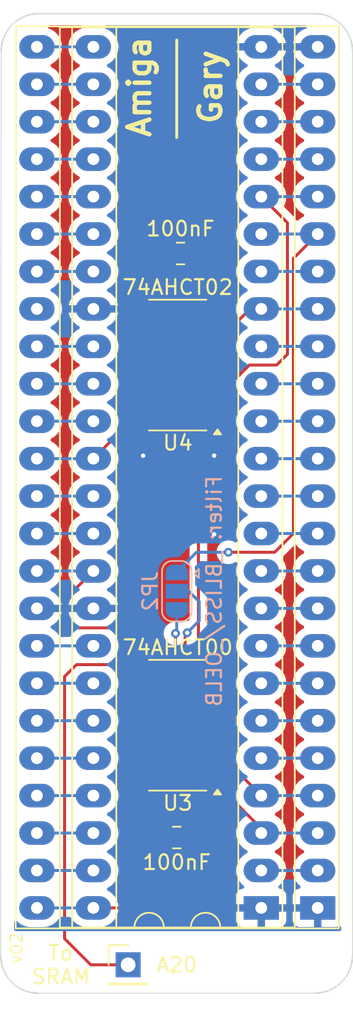
<source format=kicad_pcb>
(kicad_pcb
	(version 20240108)
	(generator "pcbnew")
	(generator_version "8.0")
	(general
		(thickness 1.6)
		(legacy_teardrops no)
	)
	(paper "A4")
	(layers
		(0 "F.Cu" signal)
		(31 "B.Cu" signal)
		(32 "B.Adhes" user "B.Adhesive")
		(33 "F.Adhes" user "F.Adhesive")
		(34 "B.Paste" user)
		(35 "F.Paste" user)
		(36 "B.SilkS" user "B.Silkscreen")
		(37 "F.SilkS" user "F.Silkscreen")
		(38 "B.Mask" user)
		(39 "F.Mask" user)
		(40 "Dwgs.User" user "User.Drawings")
		(41 "Cmts.User" user "User.Comments")
		(42 "Eco1.User" user "User.Eco1")
		(43 "Eco2.User" user "User.Eco2")
		(44 "Edge.Cuts" user)
		(45 "Margin" user)
		(46 "B.CrtYd" user "B.Courtyard")
		(47 "F.CrtYd" user "F.Courtyard")
		(48 "B.Fab" user)
		(49 "F.Fab" user)
		(50 "User.1" user)
		(51 "User.2" user)
		(52 "User.3" user)
		(53 "User.4" user)
		(54 "User.5" user)
		(55 "User.6" user)
		(56 "User.7" user)
		(57 "User.8" user)
		(58 "User.9" user)
	)
	(setup
		(stackup
			(layer "F.SilkS"
				(type "Top Silk Screen")
			)
			(layer "F.Paste"
				(type "Top Solder Paste")
			)
			(layer "F.Mask"
				(type "Top Solder Mask")
				(thickness 0.01)
			)
			(layer "F.Cu"
				(type "copper")
				(thickness 0.035)
			)
			(layer "dielectric 1"
				(type "core")
				(thickness 1.51)
				(material "FR4")
				(epsilon_r 4.5)
				(loss_tangent 0.02)
			)
			(layer "B.Cu"
				(type "copper")
				(thickness 0.035)
			)
			(layer "B.Mask"
				(type "Bottom Solder Mask")
				(thickness 0.01)
			)
			(layer "B.Paste"
				(type "Bottom Solder Paste")
			)
			(layer "B.SilkS"
				(type "Bottom Silk Screen")
			)
			(copper_finish "None")
			(dielectric_constraints no)
		)
		(pad_to_mask_clearance 0)
		(allow_soldermask_bridges_in_footprints no)
		(pcbplotparams
			(layerselection 0x00010fc_ffffffff)
			(plot_on_all_layers_selection 0x0000000_00000000)
			(disableapertmacros no)
			(usegerberextensions yes)
			(usegerberattributes no)
			(usegerberadvancedattributes no)
			(creategerberjobfile no)
			(dashed_line_dash_ratio 12.000000)
			(dashed_line_gap_ratio 3.000000)
			(svgprecision 4)
			(plotframeref no)
			(viasonmask no)
			(mode 1)
			(useauxorigin no)
			(hpglpennumber 1)
			(hpglpenspeed 20)
			(hpglpendiameter 15.000000)
			(pdf_front_fp_property_popups yes)
			(pdf_back_fp_property_popups yes)
			(dxfpolygonmode yes)
			(dxfimperialunits yes)
			(dxfusepcbnewfont yes)
			(psnegative no)
			(psa4output no)
			(plotreference yes)
			(plotvalue yes)
			(plotfptext yes)
			(plotinvisibletext no)
			(sketchpadsonfab no)
			(subtractmaskfromsilk yes)
			(outputformat 1)
			(mirror no)
			(drillshape 0)
			(scaleselection 1)
			(outputdirectory "out/")
		)
	)
	(net 0 "")
	(net 1 "Net-(J1-Pin_1)")
	(net 2 "_EXRAM_AMIGA")
	(net 3 "Net-(JP2-C)")
	(net 4 "A20")
	(net 5 "DKWDB")
	(net 6 "CCK")
	(net 7 "_RAMEN")
	(net 8 "_ROMEN")
	(net 9 "DKWEB")
	(net 10 "_CLKRD")
	(net 11 "A17")
	(net 12 "_AS")
	(net 13 "_UDS")
	(net 14 "_CLKWR")
	(net 15 "_KBRESET")
	(net 16 "R{slash}W")
	(net 17 "_SEL")
	(net 18 "XRDY")
	(net 19 "A21")
	(net 20 "A22")
	(net 21 "_OEL")
	(net 22 "_DKWD")
	(net 23 "_LATCH")
	(net 24 "_BGACK")
	(net 25 "OVL")
	(net 26 "_LDS")
	(net 27 "_BLISS")
	(net 28 "MTRON")
	(net 29 "_CDAC")
	(net 30 "A19")
	(net 31 "A18")
	(net 32 "_MTR")
	(net 33 "_OEB")
	(net 34 "_OVR")
	(net 35 "MTRX")
	(net 36 "_HLT")
	(net 37 "_DTACK")
	(net 38 "_RST")
	(net 39 "_BLIT")
	(net 40 "A23")
	(net 41 "_VPA")
	(net 42 "CCKQ")
	(net 43 "_REGEN")
	(net 44 "DKWE")
	(net 45 "Net-(U3-Pad5)")
	(net 46 "VCC1")
	(net 47 "VCC3")
	(net 48 "VCC2")
	(net 49 "Net-(JP2-B)")
	(net 50 "GND")
	(net 51 "unconnected-(U4-Pad13)")
	(net 52 "unconnected-(U4-Pad10)")
	(net 53 "Net-(U3-Pad10)")
	(net 54 "Net-(U3-Pad12)")
	(net 55 "unconnected-(U4-Pad4)")
	(footprint "Connector_PinHeader_2.54mm:PinHeader_1x01_P2.54mm_Vertical" (layer "F.Cu") (at 101.092 114.3))
	(footprint "Package_SO:SOIC-14_3.9x8.7mm_P1.27mm" (layer "F.Cu") (at 104.459 73.6092 180))
	(footprint "Capacitor_SMD:C_0805_2012Metric_Pad1.18x1.45mm_HandSolder" (layer "F.Cu") (at 104.648 66.04 180))
	(footprint "Package_SO:SOIC-14_3.9x8.7mm_P1.27mm" (layer "F.Cu") (at 104.459 98.044 180))
	(footprint "Capacitor_SMD:C_0805_2012Metric_Pad1.18x1.45mm_HandSolder" (layer "F.Cu") (at 104.394 105.664))
	(footprint "Package_DIP:DIP-48_W15.24mm_Socket_LongPads" (layer "F.Cu") (at 110.1344 110.4392 180))
	(footprint "Package_DIP:DIP-48_W15.24mm_Socket_LongPads" (layer "F.Cu") (at 113.9698 110.4392 180))
	(footprint "Jumper:SolderJumper-3_P1.3mm_Open_RoundedPad1.0x1.5mm" (layer "B.Cu") (at 104.394 88.9508 -90))
	(gr_line
		(start 104.394 51.562)
		(end 104.394 58.166)
		(stroke
			(width 0.2)
			(type default)
		)
		(layer "F.SilkS")
		(uuid "571d7a41-d0d0-4da4-b46a-762d76e0d1b0")
	)
	(gr_arc
		(start 113.773948 49.765948)
		(mid 115.582739 50.515209)
		(end 116.332 52.324)
		(stroke
			(width 0.1)
			(type default)
		)
		(layer "Edge.Cuts")
		(uuid "0d3304c4-3141-4873-8095-8c86a5c72cac")
	)
	(gr_arc
		(start 92.468739 52.323952)
		(mid 93.218 50.515161)
		(end 95.026791 49.7659)
		(stroke
			(width 0.1)
			(type default)
		)
		(layer "Edge.Cuts")
		(uuid "29d8e349-7668-43fe-9a20-d341d9a1629a")
	)
	(gr_line
		(start 116.332 113.665)
		(end 116.332 52.324)
		(stroke
			(width 0.05)
			(type default)
		)
		(layer "Edge.Cuts")
		(uuid "4eae1cb9-c802-4818-9f95-d0f681153e5b")
	)
	(gr_arc
		(start 116.332 113.665)
		(mid 115.582739 115.473791)
		(end 113.773948 116.223052)
		(stroke
			(width 0.1)
			(type default)
		)
		(layer "Edge.Cuts")
		(uuid "8dec7202-c132-4729-9cae-cff44e21d922")
	)
	(gr_line
		(start 95.026791 49.7659)
		(end 113.773948 49.765948)
		(stroke
			(width 0.1)
			(type default)
		)
		(layer "Edge.Cuts")
		(uuid "a6467a83-d27c-46d0-aa5a-673e0f3f9182")
	)
	(gr_arc
		(start 94.995915 116.223137)
		(mid 93.187124 115.473876)
		(end 92.437863 113.665085)
		(stroke
			(width 0.1)
			(type default)
		)
		(layer "Edge.Cuts")
		(uuid "af6d9951-6701-4816-88f4-fb58702ae98e")
	)
	(gr_line
		(start 92.468739 52.323952)
		(end 92.437863 113.665085)
		(stroke
			(width 0.05)
			(type default)
		)
		(layer "Edge.Cuts")
		(uuid "ba2d774b-7fce-407c-8f3b-3e071cf80e76")
	)
	(gr_line
		(start 94.995915 116.223137)
		(end 113.773948 116.223052)
		(stroke
			(width 0.05)
			(type default)
		)
		(layer "Edge.Cuts")
		(uuid "cc01bd40-d3ed-495c-a8b2-fea971bc37fb")
	)
	(gr_text "A20"
		(at 104.394 114.3 0)
		(layer "F.SilkS")
		(uuid "493d8b7a-dd35-469d-98d8-18f29ae03b52")
		(effects
			(font
				(size 1 1)
				(thickness 0.15)
			)
		)
	)
	(gr_text "v02"
		(at 93.98 114.3 90)
		(layer "F.SilkS")
		(uuid "6cc31aad-0dd1-4dea-8ca1-de1200cee917")
		(effects
			(font
				(size 0.8 0.8)
				(thickness 0.1)
			)
			(justify left bottom)
		)
	)
	(gr_text "To\nSRAM"
		(at 96.52 114.3 0)
		(layer "F.SilkS")
		(uuid "a6234bf6-9200-495e-9423-6b50869126ab")
		(effects
			(font
				(size 1 1)
				(thickness 0.15)
			)
		)
	)
	(gr_text "Amiga\n\nGary"
		(at 104.267 54.737 90)
		(layer "F.SilkS")
		(uuid "aeac09b4-29eb-4d3f-ab89-b566d970d33f")
		(effects
			(font
				(size 1.5 1.5)
				(thickness 0.3)
				(bold yes)
			)
		)
	)
	(segment
		(start 101.984 94.234)
		(end 100.522 94.234)
		(width 0.2)
		(layer "F.Cu")
		(net 1)
		(uuid "126df859-f567-4290-8b43-d836f9b14584")
	)
	(segment
		(start 97.581999 93.934001)
		(end 96.774 94.742)
		(width 0.2)
		(layer "F.Cu")
		(net 1)
		(uuid "1388ef9c-82a0-4848-8a7e-2752cb8a383a")
	)
	(segment
		(start 96.774 112.522)
		(end 98.552 114.3)
		(width 0.2)
		(layer "F.Cu")
		(net 1)
		(uuid "369804a7-16c7-4887-83b1-a562f5259ffa")
	)
	(segment
		(start 98.552 114.3)
		(end 101.092 114.3)
		(width 0.2)
		(layer "F.Cu")
		(net 1)
		(uuid "9258084f-1664-4c49-ae10-ddb94b58729c")
	)
	(segment
		(start 100.522 94.234)
		(end 100.222001 93.934001)
		(width 0.2)
		(layer "F.Cu")
		(net 1)
		(uuid "9d875c62-319a-4e04-9052-ff127a62a0ed")
	)
	(segment
		(start 100.222001 93.934001)
		(end 97.581999 93.934001)
		(width 0.2)
		(layer "F.Cu")
		(net 1)
		(uuid "9fafce2e-cf1c-4b6c-bbe1-f4007ccd61bc")
	)
	(segment
		(start 96.774 94.742)
		(end 96.774 112.522)
		(width 0.2)
		(layer "F.Cu")
		(net 1)
		(uuid "a6bb4e0b-742f-41b4-bf12-8c8279417b12")
	)
	(segment
		(start 105.6132 98.044)
		(end 106.934 98.044)
		(width 0.2)
		(layer "F.Cu")
		(net 3)
		(uuid "2115b8dc-5366-4c1f-909e-50206992b7d4")
	)
	(segment
		(start 105.1052 91.7702)
		(end 104.9592 91.9162)
		(width 0.2)
		(layer "F.Cu")
		(net 3)
		(uuid "617773f8-86e3-4ac8-939a-98880a11afa9")
	)
	(segment
		(start 104.9592 97.39)
		(end 105.6132 98.044)
		(width 0.2)
		(layer "F.Cu")
		(net 3)
		(uuid "712eeb7e-7f78-4453-b02b-d3826be84f30")
	)
	(segment
		(start 104.9592 91.9162)
		(end 104.9592 97.39)
		(width 0.2)
		(layer "F.Cu")
		(net 3)
		(uuid "7646044f-2ab1-498a-8741-4f7523d4448b")
	)
	(via
		(at 105.1052 91.7702)
		(size 0.6)
		(drill 0.3)
		(layers "F.Cu" "B.Cu")
		(net 3)
		(uuid "445e78da-68ad-4d87-a14c-8648562f1e95")
	)
	(segment
		(start 105.1052 91.7702)
		(end 105.918 90.9574)
		(width 0.2)
		(layer "B.Cu")
		(net 3)
		(uuid "34eac403-bc70-4b80-b2bd-325c9014311e")
	)
	(segment
		(start 105.2068 88.9508)
		(end 104.394 88.9508)
		(width 0.2)
		(layer "B.Cu")
		(net 3)
		(uuid "72f8b868-a7a1-4af8-b08a-8129629eaee0")
	)
	(segment
		(start 105.918 90.9574)
		(end 105.918 89.662)
		(width 0.2)
		(layer "B.Cu")
		(net 3)
		(uuid "7bcf0bf4-7d0d-49a3-8dd8-63f3e0d0723f")
	)
	(segment
		(start 105.918 89.662)
		(end 105.2068 88.9508)
		(width 0.2)
		(layer "B.Cu")
		(net 3)
		(uuid "9e074ebb-a3bb-4d0a-98e0-a464ae1168a1")
	)
	(segment
		(start 103.505 78.359)
		(end 105.7148 76.1492)
		(width 0.2)
		(layer "F.Cu")
		(net 4)
		(uuid "019087e9-fdda-4b01-bb62-59debbb10220")
	)
	(segment
		(start 98.7298 79.9592)
		(end 100.33 78.359)
		(width 0.2)
		(layer "F.Cu")
		(net 4)
		(uuid "71c67eb6-af12-4d87-a431-0b3d1c081b67")
	)
	(segment
		(start 105.7148 76.1492)
		(end 106.934 76.1492)
		(width 0.2)
		(layer "F.Cu")
		(net 4)
		(uuid "847eb8fa-1337-418e-9c86-bec6af24f732")
	)
	(segment
		(start 100.33 78.359)
		(end 103.505 78.359)
		(width 0.2)
		(layer "F.Cu")
		(net 4)
		(uuid "999d1661-656f-4a27-9b11-33aae62d379c")
	)
	(segment
		(start 94.8944 79.9592)
		(end 98.7298 79.9592)
		(width 0.2)
		(layer "B.Cu")
		(net 4)
		(uuid "d6c2494b-eced-410e-83c1-195ebb74215c")
	)
	(segment
		(start 94.8944 102.8192)
		(end 98.7298 102.8192)
		(width 0.2)
		(layer "B.Cu")
		(net 5)
		(uuid "d1c137a4-d745-4635-9649-8a2a8edef410")
	)
	(segment
		(start 94.8944 59.6392)
		(end 98.7298 59.6392)
		(width 0.2)
		(layer "B.Cu")
		(net 6)
		(uuid "c0bfbe9a-87f6-42b9-98f1-5e4c7978dafc")
	)
	(segment
		(start 111.9124 72.8726)
		(end 111.1758 73.6092)
		(width 0.2)
		(layer "F.Cu")
		(net 7)
		(uuid "120f42ae-0c7c-4940-83a9-b74eeb5d8c69")
	)
	(segment
		(start 110.1344 62.1792)
		(end 111.9124 63.9572)
		(width 0.2)
		(layer "F.Cu")
		(net 7)
		(uuid "14819a3c-88de-42f8-9852-46aae043ddbb")
	)
	(segment
		(start 108.0516 74.8792)
		(end 106.934 74.8792)
		(width 0.2)
		(layer "F.Cu")
		(net 7)
		(uuid "2e4f8d85-cc18-4831-af8c-7d0e31f0483b")
	)
	(segment
		(start 111.9124 63.9572)
		(end 111.9124 72.8726)
		(width 0.2)
		(layer "F.Cu")
		(net 7)
		(uuid "368c22d5-11b0-4d18-bbb1-4cdc11fc209f")
	)
	(segment
		(start 111.1758 73.6092)
		(end 109.3216 73.6092)
		(width 0.2)
		(layer "F.Cu")
		(net 7)
		(uuid "b2d773ee-06e3-466d-bbb6-55b2837654cc")
	)
	(segment
		(start 109.3216 73.6092)
		(end 108.0516 74.8792)
		(width 0.2)
		(layer "F.Cu")
		(net 7)
		(uuid "eaadaa14-d0b6-4e48-8d6b-1d1b127a4275")
	)
	(segment
		(start 110.1344 62.1792)
		(end 113.9698 62.1792)
		(width 0.2)
		(layer "B.Cu")
		(net 7)
		(uuid "826a1c63-9c83-4dd9-b97e-9efac08e7275")
	)
	(segment
		(start 110.1344 59.6392)
		(end 113.9698 59.6392)
		(width 0.2)
		(layer "B.Cu")
		(net 8)
		(uuid "2648560f-a3ea-4353-9a44-cecb1345b369")
	)
	(segment
		(start 94.8944 100.2792)
		(end 98.7298 100.2792)
		(width 0.2)
		(layer "B.Cu")
		(net 9)
		(uuid "3f2be461-a0fc-47a9-9727-b2639f3401d8")
	)
	(segment
		(start 110.1344 57.0992)
		(end 113.9698 57.0992)
		(width 0.2)
		(layer "B.Cu")
		(net 10)
		(uuid "00c4812a-f8e8-4256-8a87-b659ab20a909")
	)
	(segment
		(start 94.8944 72.3392)
		(end 98.7298 72.3392)
		(width 0.2)
		(layer "B.Cu")
		(net 11)
		(uuid "9fb19dc9-5e49-4862-8c3e-35508eb88a63")
	)
	(segment
		(start 110.1344 79.9592)
		(end 113.9698 79.9592)
		(width 0.2)
		(layer "B.Cu")
		(net 12)
		(uuid "b09010bf-a073-4041-93a1-16d58fbb4fff")
	)
	(segment
		(start 110.1344 85.0392)
		(end 113.9698 85.0392)
		(width 0.2)
		(layer "B.Cu")
		(net 13)
		(uuid "84eac9f6-add9-4175-b6ff-211516b1bc7a")
	)
	(segment
		(start 110.1344 54.5592)
		(end 113.9698 54.5592)
		(width 0.2)
		(layer "B.Cu")
		(net 14)
		(uuid "b89bf51f-f82e-449f-a6fc-79de43c7c6ea")
	)
	(segment
		(start 110.1344 100.2792)
		(end 113.9698 100.2792)
		(width 0.2)
		(layer "B.Cu")
		(net 15)
		(uuid "d3eff5cc-129d-4ea3-a0bf-c3b2618db0bd")
	)
	(segment
		(start 110.1344 82.4992)
		(end 113.9698 82.4992)
		(width 0.2)
		(layer "B.Cu")
		(net 16)
		(uuid "024568a0-70b5-49b9-a783-bcbfd311d0a3")
	)
	(segment
		(start 110.1344 72.3392)
		(end 113.9698 72.3392)
		(width 0.2)
		(layer "B.Cu")
		(net 17)
		(uuid "46ddcc05-d50b-4dba-82c2-029421eff856")
	)
	(segment
		(start 94.8944 67.2592)
		(end 98.7298 67.2592)
		(width 0.2)
		(layer "B.Cu")
		(net 18)
		(uuid "0adb6688-2ad2-4d55-b0ce-763eadf15419")
	)
	(segment
		(start 94.8944 82.4992)
		(end 98.7298 82.4992)
		(width 0.2)
		(layer "B.Cu")
		(net 19)
		(uuid "f59ce0b4-0229-45c2-9661-e87ac8430355")
	)
	(segment
		(start 94.8944 85.0392)
		(end 98.7298 85.0392)
		(width 0.2)
		(layer "B.Cu")
		(net 20)
		(uuid "5ebf29ec-c461-4e3e-86db-816301d37e20")
	)
	(segment
		(start 110.1344 105.0544)
		(end 110.1344 105.3592)
		(width 0.2)
		(layer "F.Cu")
		(net 21)
		(uuid "81f1116f-e064-4b06-9523-4c5091d8de35")
	)
	(segment
		(start 106.934 101.854)
		(end 110.1344 105.0544)
		(width 0.2)
		(layer "F.Cu")
		(net 21)
		(uuid "bb971059-d563-41c8-8203-04dbc12121b4")
	)
	(segment
		(start 110.1344 105.3592)
		(end 113.9698 105.3592)
		(width 0.2)
		(layer "B.Cu")
		(net 21)
		(uuid "f013eb35-b384-4a62-8c3c-5ae9cb9a5114")
	)
	(segment
		(start 110.1344 90.1192)
		(end 113.9698 90.1192)
		(width 0.2)
		(layer "B.Cu")
		(net 22)
		(uuid "820a392a-7fbb-433f-b01d-d4a4b7b8d636")
	)
	(segment
		(start 94.8944 52.0192)
		(end 98.7298 52.0192)
		(width 0.2)
		(layer "B.Cu")
		(net 23)
		(uuid "e7ffcc70-eeb0-4e12-91e1-c8e217143536")
	)
	(segment
		(start 110.1344 77.4192)
		(end 113.9698 77.4192)
		(width 0.2)
		(layer "B.Cu")
		(net 24)
		(uuid "87e34719-6f20-4824-8503-8d9c756869d6")
	)
	(segment
		(start 94.8944 64.7192)
		(end 98.7298 64.7192)
		(width 0.2)
		(layer "B.Cu")
		(net 25)
		(uuid "10bfacc9-99f5-48a4-9759-15924dc86743")
	)
	(segment
		(start 110.1344 87.5792)
		(end 113.9698 87.5792)
		(width 0.2)
		(layer "B.Cu")
		(net 26)
		(uuid "6cb2ddbd-cc7e-4245-ac8d-ecf0ca8e8758")
	)
	(segment
		(start 112.3188 85.0392)
		(end 112.3188 66.3702)
		(width 0.2)
		(layer "F.Cu")
		(net 27)
		(uuid "04047215-4154-45fe-aa60-b98f158724ff")
	)
	(segment
		(start 107.8992 86.3092)
		(end 111.0488 86.3092)
		(width 0.2)
		(layer "F.Cu")
		(net 27)
		(uuid "3885d3b3-fb84-4330-add9-695e8bd494b1")
	)
	(segment
		(start 112.3188 66.3702)
		(end 113.9698 64.7192)
		(width 0.2)
		(layer "F.Cu")
		(net 27)
		(uuid "a2a5513d-1cbf-4b8d-9354-df96d7bfa167")
	)
	(segment
		(start 111.0488 86.3092)
		(end 112.3188 85.0392)
		(width 0.2)
		(layer "F.Cu")
		(net 27)
		(uuid "e4935768-d74a-4210-8760-2112ae5cf6e5")
	)
	(via
		(at 107.8992 86.3092)
		(size 0.6)
		(drill 0.3)
		(layers "F.Cu" "B.Cu")
		(net 27)
		(uuid "6b81e1a1-c4c9-4c34-affe-93cc22375368")
	)
	(segment
		(start 105.7356 86.3092)
		(end 104.394 87.6508)
		(width 0.2)
		(layer "B.Cu")
		(net 27)
		(uuid "19f858bf-0c5f-4ce2-a774-e027e84e4279")
	)
	(segment
		(start 107.8992 86.3092)
		(end 105.7356 86.3092)
		(width 0.2)
		(layer "B.Cu")
		(net 27)
		(uuid "650d6b5f-fe5f-47f5-98b5-9c48a62261a2")
	)
	(segment
		(start 110.1344 64.7192)
		(end 113.9698 64.7192)
		(width 0.2)
		(layer "B.Cu")
		(net 27)
		(uuid "bb7d320d-7158-45b9-ab79-ce25347a0ff8")
	)
	(segment
		(start 94.8944 105.3592)
		(end 98.7298 105.3592)
		(width 0.2)
		(layer "B.Cu")
		(net 28)
		(uuid "59db3e4a-75cb-4a63-9bd2-31eeb109d74b")
	)
	(segment
		(start 94.8944 54.5592)
		(end 98.7298 54.5592)
		(width 0.2)
		(layer "B.Cu")
		(net 29)
		(uuid "7b08ace0-54a8-46db-9fa3-0c9078c9e5a0")
	)
	(segment
		(start 94.8944 77.4192)
		(end 98.7298 77.4192)
		(width 0.2)
		(layer "B.Cu")
		(net 30)
		(uuid "bd1bf26b-3a12-4a64-b2f2-ef2644f365ae")
	)
	(segment
		(start 94.8944 74.8792)
		(end 98.7298 74.8792)
		(width 0.2)
		(layer "B.Cu")
		(net 31)
		(uuid "85d33314-2f40-43f8-ab80-387f63f19a2e")
	)
	(segment
		(start 110.1344 95.1992)
		(end 113.9698 95.1992)
		(width 0.2)
		(layer "B.Cu")
		(net 32)
		(uuid "15e3185b-65b1-4d8a-814c-db71acb4e9d8")
	)
	(segment
		(start 107.8992 100.584)
		(end 110.1344 102.8192)
		(width 0.2)
		(layer "F.Cu")
		(net 33)
		(uuid "2910d50e-12b1-479f-adf6-4c8582964ac4")
	)
	(segment
		(start 106.934 100.584)
		(end 107.8992 100.584)
		(width 0.2)
		(layer "F.Cu")
		(net 33)
		(uuid "d10a2601-cdad-4ad0-9f94-537c245798bb")
	)
	(segment
		(start 110.1344 102.8192)
		(end 113.9698 102.8192)
		(width 0.2)
		(layer "B.Cu")
		(net 33)
		(uuid "d8d10530-fa60-4f92-813c-6fc610324ca5")
	)
	(segment
		(start 94.8944 62.1792)
		(end 98.7298 62.1792)
		(width 0.2)
		(layer "B.Cu")
		(net 34)
		(uuid "384a7300-f692-4e8b-8d4f-bee23fbac190")
	)
	(segment
		(start 94.8944 107.8992)
		(end 98.7298 107.8992)
		(width 0.2)
		(layer "B.Cu")
		(net 35)
		(uuid "0806dbe8-0046-4bb4-aaa3-fc71690fb973")
	)
	(segment
		(start 94.8944 95.1992)
		(end 98.7298 95.1992)
		(width 0.2)
		(layer "B.Cu")
		(net 36)
		(uuid "c2547f84-a6b7-4609-898f-af5065673546")
	)
	(segment
		(start 94.8944 97.7392)
		(end 98.7298 97.7392)
		(width 0.2)
		(layer "B.Cu")
		(net 37)
		(uuid "d8fd9632-023c-4662-964e-f9ced32f6f63")
	)
	(segment
		(start 94.8944 92.6592)
		(end 98.7298 92.6592)
		(width 0.2)
		(layer "B.Cu")
		(net 38)
		(uuid "5e7daf0e-fd84-4a35-9aa2-e721c33b98d4")
	)
	(segment
		(start 110.1344 74.8792)
		(end 113.9698 74.8792)
		(width 0.2)
		(layer "B.Cu")
		(net 39)
		(uuid "48bdb218-62a3-423e-85e1-c8c921a92476")
	)
	(segment
		(start 101.346 91.44)
		(end 103.632 93.726)
		(width 0.2)
		(layer "F.Cu")
		(net 40)
		(uuid "1e858bb7-3d01-47ae-9307-66e09d332007")
	)
	(segment
		(start 103.632 94.996)
		(end 103.124 95.504)
		(width 0.2)
		(layer "F.Cu")
		(net 40)
		(uuid "2708c8f5-9f1d-41ef-abfd-dfe267aa35a9")
	)
	(segment
		(start 103.632 93.726)
		(end 103.632 94.996)
		(width 0.2)
		(layer "F.Cu")
		(net 40)
		(uuid "3400fc83-de53-48f0-81da-55cf4088be0a")
	)
	(segment
		(start 96.774 89.535)
		(end 96.774 90.678)
		(width 0.2)
		(layer "F.Cu")
		(net 40)
		(uuid "4f665530-c7df-4767-a5ce-8b8d74160dc8")
	)
	(segment
		(start 96.774 90.678)
		(end 97.536 91.44)
		(width 0.2)
		(layer "F.Cu")
		(net 40)
		(uuid "6476c2cd-c00c-41a2-baa1-ddb2f62b9ae4")
	)
	(segment
		(start 98.7298 87.5792)
		(end 96.774 89.535)
		(width 0.2)
		(layer "F.Cu")
		(net 40)
		(uuid "b34ba111-1029-4e63-a505-c99242e8b2b4")
	)
	(segment
		(start 103.124 95.504)
		(end 101.984 95.504)
		(width 0.2)
		(layer "F.Cu")
		(net 40)
		(uuid "b8656f99-cc6d-471a-ae8a-127deb77d2b9")
	)
	(segment
		(start 97.536 91.44)
		(end 101.346 91.44)
		(width 0.2)
		(layer "F.Cu")
		(net 40)
		(uuid "f19a7f9b-b23e-406c-ba77-3857b5564c56")
	)
	(segment
		(start 94.8944 87.5792)
		(end 98.7298 87.5792)
		(width 0.2)
		(layer "B.Cu")
		(net 40)
		(uuid "7ae3a346-a097-4d3c-9613-ba4d3d24e2c7")
	)
	(segment
		(start 110.1344 107.8992)
		(end 113.9698 107.8992)
		(width 0.2)
		(layer "B.Cu")
		(net 41)
		(uuid "d4657678-8621-4924-861c-1f228c5a4667")
	)
	(segment
		(start 94.8944 57.0992)
		(end 98.7298 57.0992)
		(width 0.2)
		(layer "B.Cu")
		(net 42)
		(uuid "7d53559c-3be9-4c3a-809e-aae42ee21a44")
	)
	(segment
		(start 110.1344 67.2592)
		(end 113.9698 67.2592)
		(width 0.2)
		(layer "B.Cu")
		(net 43)
		(uuid "b88b6dad-6b33-44c3-b46f-cf86e7478b4f")
	)
	(segment
		(start 110.1344 92.6592)
		(end 113.9698 92.6592)
		(width 0.2)
		(layer "B.Cu")
		(net 44)
		(uuid "23f04318-f8af-43ec-9655-74d2bd521c22")
	)
	(segment
		(start 105.537 93.2942)
		(end 105.537 96.5962)
		(width 0.2)
		(layer "F.Cu")
		(net 45)
		(uuid "1e9a4c02-3a13-4c7d-bb06-7f9d60ffa289")
	)
	(segment
		(start 106.934 77.4192)
		(end 106.934 78.2828)
		(width 0.2)
		(layer "F.Cu")
		(net 45)
		(uuid "26a71232-d14d-46a3-9f89-a8b258c0dc5a")
	)
	(segment
		(start 105.7148 96.774)
		(end 106.934 96.774)
		(width 0.2)
		(layer "F.Cu")
		(net 45)
		(uuid "371f6133-b239-4233-ab2f-8009574254f7")
	)
	(segment
		(start 105.537 96.5962)
		(end 105.7148 96.774)
		(width 0.2)
		(layer "F.Cu")
		(net 45)
		(uuid "3d8b4ac2-c08c-47b1-8057-975110892554")
	)
	(segment
		(start 105.8672 92.964)
		(end 105.537 93.2942)
		(width 0.2)
		(layer "F.Cu")
		(net 45)
		(uuid "8f7576e7-ae3d-4e62-a45e-c2a18ebe1d6d")
	)
	(segment
		(start 106.934 78.2828)
		(end 105.8672 79.3496)
		(width 0.2)
		(layer "F.Cu")
		(net 45)
		(uuid "e1faf47e-c6d8-41f1-850d-63a5403ff281")
	)
	(segment
		(start 105.8672 79.3496)
		(end 105.8672 92.964)
		(width 0.2)
		(layer "F.Cu")
		(net 45)
		(uuid "f8b840c6-0ed9-4813-a24c-6510dd39549f")
	)
	(segment
		(start 110.1344 97.7392)
		(end 113.9698 97.7392)
		(width 0.2)
		(layer "B.Cu")
		(net 46)
		(uuid "ed49b599-b682-41e3-906c-80779bf46bbd")
	)
	(segment
		(start 101.984 101.854)
		(end 101.984 100.584)
		(width 0.2)
		(layer "F.Cu")
		(net 47)
		(uuid "18b5aad1-9d88-4411-bf66-7a205ddc8f41")
	)
	(segment
		(start 100.6348 110.4392)
		(end 98.7298 110.4392)
		(width 0.2)
		(layer "F.Cu")
		(net 47)
		(uuid "18b864fd-9185-4aac-b9f2-0d6aed719684")
	)
	(segment
		(start 103.3565 105.664)
		(end 101.854 105.664)
		(width 0.2)
		(layer "F.Cu")
		(net 47)
		(uuid "22d89b74-6cf9-4549-ad9c-c7a85d90022f")
	)
	(segment
		(start 101.092 109.982)
		(end 100.6348 110.4392)
		(width 0.2)
		(layer "F.Cu")
		(net 47)
		(uuid "2e3cc8ba-7517-4ff3-bede-d4d01d45b70a")
	)
	(segment
		(start 101.092 106.426)
		(end 101.092 109.982)
		(width 0.2)
		(layer "F.Cu")
		(net 47)
		(uuid "7f2020de-cf67-45ca-b00a-96e1f31bac20")
	)
	(segment
		(start 103.3565 103.2265)
		(end 103.3565 105.664)
		(width 0.2)
		(layer "F.Cu")
		(net 47)
		(uuid "d0526b45-96cd-4659-ac36-643d52144c05")
	)
	(segment
		(start 101.984 101.854)
		(end 103.3565 103.2265)
		(width 0.2)
		(layer "F.Cu")
		(net 47)
		(uuid "e1de63ba-d334-491f-9a09-0e7988b9fab3")
	)
	(segment
		(start 101.854 105.664)
		(end 101.092 106.426)
		(width 0.2)
		(layer "F.Cu")
		(net 47)
		(uuid "f3e61f15-9cd5-486e-bcd9-3e94ff9e0813")
	)
	(segment
		(start 94.8944 110.4392)
		(end 98.7298 110.4392)
		(width 0.2)
		(layer "B.Cu")
		(net 47)
		(uuid "13b6ed1b-62de-4f1d-9a58-3a614fe00bfc")
	)
	(segment
		(start 106.934 71.0692)
		(end 106.934 72.3392)
		(width 0.2)
		(layer "F.Cu")
		(net 48)
		(uuid "0269486b-4888-43b6-a9ff-d9a55de79a1e")
	)
	(segment
		(start 101.984 71.0692)
		(end 106.934 71.0692)
		(width 0.2)
		(layer "F.Cu")
		(net 48)
		(uuid "140883e7-8d15-4e52-94a4-ec09f104124c")
	)
	(segment
		(start 101.984 73.6092)
		(end 104.14 73.6092)
		(width 0.2)
		(layer "F.Cu")
		(net 48)
		(uuid "1527abab-cbbd-4dbb-9d17-fb9218f0000a")
	)
	(segment
		(start 108.1024 71.0692)
		(end 109.3724 69.7992)
		(width 0.2)
		(layer "F.Cu")
		(net 48)
		(uuid "1b69a8fc-5358-457b-8ef4-ec4091cf441c")
	)
	(segment
		(start 103.6105 66.04)
		(end 102.616 66.04)
		(width 0.2)
		(layer "F.Cu")
		(net 48)
		(uuid "3d323c77-cd36-4596-8e57-2180f95e6413")
	)
	(segment
		(start 102.616 66.04)
		(end 101.984 66.672)
		(width 0.2)
		(layer "F.Cu")
		(net 48)
		(uuid "53c3de71-b6ac-4725-a518-160a8fc33c61")
	)
	(segment
		(start 103.4796 75.2348)
		(end 103.4796 77.0636)
		(width 0.2)
		(layer "F.Cu")
		(net 48)
		(uuid "5f548a4d-cf5e-43de-8457-4c4ee378f902")
	)
	(segment
		(start 106.934 71.0692)
		(end 108.1024 71.0692)
		(width 0.2)
		(layer "F.Cu")
		(net 48)
		(uuid "703e3470-9daf-4ab8-ad76-9be92052781d")
	)
	(segment
		(start 101.984 66.672)
		(end 101.984 69.7992)
		(width 0.2)
		(layer "F.Cu")
		(net 48)
		(uuid "8fb8400c-a079-41ae-abe5-75b77f4d68c7")
	)
	(segment
		(start 103.124 77.4192)
		(end 101.984 77.4192)
		(width 0.2)
		(layer "F.Cu")
		(net 48)
		(uuid "9d11d0e2-bab7-4122-a5f2-d9e230f3589b")
	)
	(segment
		(start 101.984 69.7992)
		(end 101.984 71.0692)
		(width 0.2)
		(layer "F.Cu")
		(net 48)
		(uuid "a49ee840-64a7-49a0-839a-1059192bdd12")
	)
	(segment
		(start 103.4796 77.0636)
		(end 103.124 77.4192)
		(width 0.2)
		(layer "F.Cu")
		(net 48)
		(uuid "bb7dc10c-7a74-40f5-b80d-3fd203657789")
	)
	(segment
		(start 103.124 74.8792)
		(end 103.4796 75.2348)
		(width 0.2)
		(layer "F.Cu")
		(net 48)
		(uuid "bc8532ea-a712-423f-94cf-44a6ecbc77bc")
	)
	(segment
		(start 109.3724 69.7992)
		(end 110.1344 69.7992)
		(width 0.2)
		(layer "F.Cu")
		(net 48)
		(uuid "c2b0f0b0-6fad-46ea-a1bb-69f56df6086d")
	)
	(segment
		(start 105.41 72.3392)
		(end 106.934 72.3392)
		(width 0.2)
		(layer "F.Cu")
		(net 48)
		(uuid "e9a95c42-dfca-4e57-b62f-9a423e10937d")
	)
	(segment
		(start 101.984 74.8792)
		(end 103.124 74.8792)
		(width 0.2)
		(layer "F.Cu")
		(net 48)
		(uuid "ed39ccf0-15a3-4386-831b-be13ff6fbb0a")
	)
	(segment
		(start 101.984 74.8792)
		(end 101.984 73.6092)
		(width 0.2)
		(layer "F.Cu")
		(net 48)
		(uuid "f5ade322-e0d6-4b5f-ae34-aa97533aea76")
	)
	(segment
		(start 104.14 73.6092)
		(end 105.41 72.3392)
		(width 0.2)
		(layer "F.Cu")
		(net 48)
		(uuid "fb41a8ab-b24e-4b0d-b140-85750a8dfcf0")
	)
	(segment
		(start 110.1344 69.7992)
		(end 113.9698 69.7992)
		(width 0.2)
		(layer "B.Cu")
		(net 48)
		(uuid "992dd736-7125-45e0-8bd6-b056b8c8512e")
	)
	(segment
		(start 104.306746 91.819958)
		(end 104.306746 97.789275)
		(width 0.2)
		(layer "F.Cu")
		(net 49)
		(uuid "16f56aad-0e91-463a-a95c-b47eda5843b3")
	)
	(segment
		(start 104.306746 97.789275)
		(end 105.831471 99.314)
		(width 0.2)
		(layer "F.Cu")
		(net 49)
		(uuid "ac9174d3-72f3-4514-a879-098b33922c8c")
	)
	(segment
		(start 105.831471 99.314)
		(end 106.934 99.314)
		(width 0.2)
		(layer "F.Cu")
		(net 49)
		(uuid "ef6470a5-037f-401f-bd67-53bcf17e712b")
	)
	(via
		(at 104.306746 91.819958)
		(size 0.6)
		(drill 0.3)
		(layers "F.Cu" "B.Cu")
		(net 49)
		(uuid "bc040f3d-9c13-4014-aa93-407efc00b160")
	)
	(segment
		(start 104.306746 91.819958)
		(end 104.394 91.732704)
		(width 0.2)
		(layer "B.Cu")
		(net 49)
		(uuid "761ec5b8-940e-4af8-84ca-c01e3893fa68")
	)
	(segment
		(start 104.394 91.732704)
		(end 104.394 90.2508)
		(width 0.2)
		(layer "B.Cu")
		(net 49)
		(uuid "785b99ac-e498-4117-ac0b-f9119c4dad4a")
	)
	(via
		(at 106.934 79.756)
		(size 0.6)
		(drill 0.3)
		(layers "F.Cu" "B.Cu")
		(free yes)
		(net 50)
		(uuid "1bfd0b89-082d-4fb1-ad67-d5713ddc0844")
	)
	(via
		(at 106.934 85.09)
		(size 0.6)
		(drill 0.3)
		(layers "F.Cu" "B.Cu")
		(free yes)
		(net 50)
		(uuid "ba0fad0a-9594-4e9d-9abe-fd5e08f617a0")
	)
	(via
		(at 102.108 79.756)
		(size 0.6)
		(drill 0.3)
		(layers "F.Cu" "B.Cu")
		(free yes)
		(net 50)
		(uuid "fbc928a3-121e-45bc-b4eb-6c2f74336ea3")
	)
	(segment
		(start 110.1344 52.0192)
		(end 113.9698 52.0192)
		(width 0.2)
		(layer "B.Cu")
		(net 50)
		(uuid "4ff57efa-6730-47be-814b-fb49abf0097a")
	)
	(segment
		(start 94.8944 90.1192)
		(end 98.7298 90.1192)
		(width 0.2)
		(layer "B.Cu")
		(net 50)
		(uuid "f8ada9f1-87e1-4297-a6fe-46c214feaaaf")
	)
	(segment
		(start 110.1344 110.4392)
		(end 113.9698 110.4392)
		(width 0.2)
		(layer "B.Cu")
		(net 50)
		(uuid "f8b6a172-5a37-4019-b34b-99318aa21722")
	)
	(segment
		(start 101.984 98.044)
		(end 101.984 96.774)
		(width 0.2)
		(layer "F.Cu")
		(net 53)
		(uuid "774f34f1-ad58-4c48-80ba-78e6fcaac3fb")
	)
	(segment
		(start 108.3564 95.758)
		(end 108.1024 95.504)
		(width 0.2)
		(layer "F.Cu")
		(net 54)
		(uuid "06913687-eb11-4e71-886d-3a21c86f0623")
	)
	(segment
		(start 108.0516 99.949)
		(end 108.3564 99.6442)
		(width 0.2)
		(layer "F.Cu")
		(net 54)
		(uuid "868da00e-2682-48f3-a425-a18dce7a0b6a")
	)
	(segment
		(start 102.619 99.949)
		(end 108.0516 99.949)
		(width 0.2)
		(layer "F.Cu")
		(net 54)
		(uuid "d9345527-3990-49cc-951d-69549718de33")
	)
	(segment
		(start 108.1024 95.504)
		(end 106.934 95.504)
		(width 0.2)
		(layer "F.Cu")
		(net 54)
		(uuid "dbb1ee04-3bf1-434b-9c2f-7a613eff67ff")
	)
	(segment
		(start 108.3564 99.6442)
		(end 108.3564 95.758)
		(width 0.2)
		(layer "F.Cu")
		(net 54)
		(uuid "ec94367f-8bfe-477b-9f3c-8287ab01296c")
	)
	(segment
		(start 101.984 99.314)
		(end 102.619 99.949)
		(width 0.2)
		(layer "F.Cu")
		(net 54)
		(uuid "fcef0338-d255-4f9d-a3f1-baf2dde55937")
	)
	(zone
		(net 50)
		(net_name "GND")
		(layer "F.Cu")
		(uuid "d163dd5c-1652-41c3-a5c4-d77e0e9c24e9")
		(hatch edge 0.5)
		(connect_pads
			(clearance 0.5)
		)
		(min_thickness 0.25)
		(filled_areas_thickness no)
		(fill yes
			(thermal_gap 0.5)
			(thermal_bridge_width 0.5)
		)
		(polygon
			(pts
				(xy 93.345 50.546) (xy 115.57 50.546) (xy 115.57 112.014) (xy 93.345 112.014)
			)
		)
		(filled_polygon
			(layer "F.Cu")
			(pts
				(xy 112.498031 85.811716) (xy 112.553964 85.853588) (xy 112.555015 85.855012) (xy 112.577832 85.886417)
				(xy 112.722586 86.031171) (xy 112.877549 86.143756) (xy 112.88819 86.151487) (xy 112.97964 86.198083)
				(xy 112.98088 86.198715) (xy 113.031676 86.24669) (xy 113.048471 86.314511) (xy 113.025934 86.380646)
				(xy 112.98088 86.419685) (xy 112.888186 86.466915) (xy 112.722586 86.587228) (xy 112.577828 86.731986)
				(xy 112.457515 86.897586) (xy 112.364581 87.079976) (xy 112.301322 87.274665) (xy 112.2693 87.476848)
				(xy 112.2693 87.681551) (xy 112.301322 87.883734) (xy 112.364581 88.078423) (xy 112.428491 88.203853)
				(xy 112.445337 88.236914) (xy 112.457515 88.260813) (xy 112.577828 88.426413) (xy 112.722586 88.571171)
				(xy 112.877549 88.683756) (xy 112.88819 88.691487) (xy 112.97964 88.738083) (xy 112.98088 88.738715)
				(xy 113.031676 88.78669) (xy 113.048471 88.854511) (xy 113.025934 88.920646) (xy 112.98088 88.959685)
				(xy 112.888186 89.006915) (xy 112.722586 89.127228) (xy 112.577828 89.271986) (xy 112.457515 89.437586)
				(xy 112.364581 89.619976) (xy 112.301322 89.814665) (xy 112.2693 90.016848) (xy 112.2693 90.221551)
				(xy 112.301322 90.423734) (xy 112.364581 90.618423) (xy 112.457515 90.800813) (xy 112.577828 90.966413)
				(xy 112.722586 91.111171) (xy 112.877549 91.223756) (xy 112.88819 91.231487) (xy 112.97964 91.278083)
				(xy 112.98088 91.278715) (xy 113.031676 91.32669) (xy 113.048471 91.394511) (xy 113.025934 91.460646)
				(xy 112.98088 91.499685) (xy 112.888186 91.546915) (xy 112.722586 91.667228) (xy 112.577828 91.811986)
				(xy 112.457515 91.977586) (xy 112.364581 92.159976) (xy 112.301322 92.354665) (xy 112.2693 92.556848)
				(xy 112.2693 92.761551) (xy 112.301322 92.963734) (xy 112.364581 93.158423) (xy 112.402702 93.233238)
				(xy 112.453788 93.3335) (xy 112.457515 93.340813) (xy 112.577828 93.506413) (xy 112.722586 93.651171)
				(xy 112.877549 93.763756) (xy 112.88819 93.771487) (xy 112.97964 93.818083) (xy 112.98088 93.818715)
				(xy 113.031676 93.86669) (xy 113.048471 93.934511) (xy 113.025934 94.000646) (xy 112.98088 94.039685)
				(xy 112.888186 94.086915) (xy 112.722586 94.207228) (xy 112.577828 94.351986) (xy 112.457515 94.517586)
				(xy 112.364581 94.699976) (xy 112.301322 94.894665) (xy 112.2693 95.096848) (xy 112.2693 95.301551)
				(xy 112.301322 95.503734) (xy 112.364581 95.698423) (xy 112.428491 95.823853) (xy 112.453387 95.872713)
				(xy 112.457515 95.880813) (xy 112.577828 96.046413) (xy 112.722586 96.191171) (xy 112.877549 96.303756)
				(xy 112.88819 96.311487) (xy 112.97964 96.358083) (xy 112.98088 96.358715) (xy 113.031676 96.40669)
				(xy 113.048471 96.474511) (xy 113.025934 96.540646) (xy 112.98088 96.579685) (xy 112.888186 96.626915)
				(xy 112.722586 96.747228) (xy 112.577828 96.891986) (xy 112.457515 97.057586) (xy 112.364581 97.239976)
				(xy 112.301322 97.434665) (xy 112.29222 97.492137) (xy 112.2693 97.636848) (xy 112.2693 97.841552)
				(xy 112.297732 98.02106) (xy 112.301323 98.043734) (xy 112.301322 98.043734) (xy 112.364581 98.238423)
				(xy 112.457515 98.420813) (xy 112.577828 98.586413) (xy 112.722586 98.731171) (xy 112.877549 98.843756)
				(xy 112.88819 98.851487) (xy 112.97964 98.898083) (xy 112.98088 98.898715) (xy 113.031676 98.94669)
				(xy 113.048471 99.014511) (xy 113.025934 99.080646) (xy 112.98088 99.119685) (xy 112.888186 99.166915)
				(xy 112.722586 99.287228) (xy 112.577828 99.431986) (xy 112.457515 99.597586) (xy 112.364581 99.779976)
				(xy 112.301322 99.974665) (xy 112.2693 100.176848) (xy 112.2693 100.381551) (xy 112.301322 100.583734)
				(xy 112.364581 100.778423) (xy 112.457515 100.960813) (xy 112.577828 101.126413) (xy 112.722586 101.271171)
				(xy 112.877549 101.383756) (xy 112.88819 101.391487) (xy 112.97964 101.438083) (xy 112.98088 101.438715)
				(xy 113.031676 101.48669) (xy 113.048471 101.554511) (xy 113.025934 101.620646) (xy 112.98088 101.659685)
				(xy 112.888186 101.706915) (xy 112.722586 101.827228) (xy 112.577828 101.971986) (xy 112.457515 102.137586)
				(xy 112.364581 102.319976) (xy 112.301322 102.514665) (xy 112.2693 102.716848) (xy 112.2693 102.921551)
				(xy 112.301322 103.123734) (xy 112.364581 103.318423) (xy 112.425976 103.438916) (xy 112.457222 103.500239)
				(xy 112.457515 103.500813) (xy 112.577828 103.666413) (xy 112.722586 103.811171) (xy 112.877549 103.923756)
				(xy 112.88819 103.931487) (xy 112.97964 103.978083) (xy 112.98088 103.978715) (xy 113.031676 104.02669)
				(xy 113.048471 104.094511) (xy 113.025934 104.160646) (xy 112.98088 104.199685) (xy 112.888186 104.246915)
				(xy 112.722586 104.367228) (xy 112.577828 104.511986) (xy 112.457515 104.677586) (xy 112.364581 104.859976)
				(xy 112.301322 105.054665) (xy 112.2693 105.256848) (xy 112.2693 105.461551) (xy 112.301322 105.663734)
				(xy 112.364581 105.858423) (xy 112.457515 106.040813) (xy 112.577828 106.206413) (xy 112.722586 106.351171)
				(xy 112.86979 106.458119) (xy 112.88819 106.471487) (xy 112.954075 106.505057) (xy 112.98088 106.518715)
				(xy 113.031676 106.56669) (xy 113.048471 106.634511) (xy 113.025934 106.700646) (xy 112.98088 106.739685)
				(xy 112.888186 106.786915) (xy 112.722586 106.907228) (xy 112.577828 107.051986) (xy 112.457515 107.217586)
				(xy 112.364581 107.399976) (xy 112.301322 107.594665) (xy 112.2693 107.796848) (xy 112.2693 108.001551)
				(xy 112.301322 108.203734) (xy 112.364581 108.398423) (xy 112.457515 108.580813) (xy 112.577828 108.746413)
				(xy 112.577834 108.746419) (xy 112.722581 108.891166) (xy 112.722588 108.891171) (xy 112.759474 108.91797)
				(xy 112.80214 108.9733) (xy 112.808119 109.042914) (xy 112.775514 109.104709) (xy 112.714675 109.139066)
				(xy 112.699846 109.141578) (xy 112.662426 109.145601) (xy 112.66242 109.145603) (xy 112.527713 109.195845)
				(xy 112.527706 109.195849) (xy 112.412612 109.282009) (xy 112.412609 109.282012) (xy 112.326449 109.397106)
				(xy 112.326445 109.397113) (xy 112.276203 109.53182) (xy 112.276201 109.531827) (xy 112.2698 109.591355)
				(xy 112.2698 110.1892) (xy 113.654114 110.1892) (xy 113.64972 110.193594) (xy 113.597059 110.284806)
				(xy 113.5698 110.386539) (xy 113.5698 110.491861) (xy 113.597059 110.593594) (xy 113.64972 110.684806)
				(xy 113.654114 110.6892) (xy 112.2698 110.6892) (xy 112.2698 111.287044) (xy 112.276201 111.346572)
				(xy 112.276203 111.346579) (xy 112.326445 111.481286) (xy 112.326449 111.481293) (xy 112.412609 111.596387)
				(xy 112.412612 111.59639) (xy 112.527706 111.68255) (xy 112.527713 111.682554) (xy 112.66242 111.732796)
				(xy 112.662427 111.732798) (xy 112.721955 111.739199) (xy 112.721972 111.7392) (xy 113.7198 111.7392)
				(xy 113.7198 110.754886) (xy 113.724194 110.75928) (xy 113.815406 110.811941) (xy 113.917139 110.8392)
				(xy 114.022461 110.8392) (xy 114.124194 110.811941) (xy 114.215406 110.75928) (xy 114.2198 110.754886)
				(xy 114.2198 111.7392) (xy 115.217628 111.7392) (xy 115.217644 111.739199) (xy 115.277172 111.732798)
				(xy 115.277179 111.732796) (xy 115.402667 111.685993) (xy 115.472359 111.681009) (xy 115.533682 111.714494)
				(xy 115.567166 111.775817) (xy 115.57 111.802175) (xy 115.57 111.89) (xy 115.550315 111.957039)
				(xy 115.497511 112.002794) (xy 115.446 112.014) (xy 97.4985 112.014) (xy 97.431461 111.994315) (xy 97.385706 111.941511)
				(xy 97.3745 111.89) (xy 97.3745 111.596004) (xy 97.394185 111.528965) (xy 97.446989 111.48321) (xy 97.516147 111.473266)
				(xy 97.571385 111.495686) (xy 97.615268 111.527568) (xy 97.64819 111.551487) (xy 97.736317 111.59639)
				(xy 97.830576 111.644418) (xy 97.830578 111.644418) (xy 97.830581 111.64442) (xy 97.934937 111.678327)
				(xy 98.025265 111.707677) (xy 98.068306 111.714494) (xy 98.227448 111.7397) (xy 98.227449 111.7397)
				(xy 99.232151 111.7397) (xy 99.232152 111.7397) (xy 99.434334 111.707677) (xy 99.629019 111.64442)
				(xy 99.81141 111.551487) (xy 99.919073 111.473266) (xy 99.977013 111.431171) (xy 99.977015 111.431168)
				(xy 99.977019 111.431166) (xy 100.121766 111.286419) (xy 100.121768 111.286415) (xy 100.121771 111.286413)
				(xy 100.242084 111.120814) (xy 100.242083 111.120814) (xy 100.242087 111.12081) (xy 100.248917 111.107404)
				(xy 100.296891 111.056609) (xy 100.359402 111.0397) (xy 100.548131 111.0397) (xy 100.548147 111.039701)
				(xy 100.555743 111.039701) (xy 100.713854 111.039701) (xy 100.713857 111.039701) (xy 100.866585 110.998777)
				(xy 100.916704 110.969839) (xy 101.003516 110.91972) (xy 101.11532 110.807916) (xy 101.11532 110.807914)
				(xy 101.125528 110.797707) (xy 101.12553 110.797704) (xy 101.450506 110.472728) (xy 101.450511 110.472724)
				(xy 101.460714 110.46252) (xy 101.460716 110.46252) (xy 101.57252 110.350716) (xy 101.651577 110.213784)
				(xy 101.6925 110.061057) (xy 101.6925 106.726097) (xy 101.712185 106.659058) (xy 101.728819 106.638416)
				(xy 102.066417 106.300819) (xy 102.12774 106.267334) (xy 102.154098 106.2645) (xy 102.180415 106.2645)
				(xy 102.247454 106.284185) (xy 102.293209 106.336989) (xy 102.298118 106.349489) (xy 102.334186 106.458334)
				(xy 102.426288 106.607656) (xy 102.550344 106.731712) (xy 102.699666 106.823814) (xy 102.866203 106.878999)
				(xy 102.968991 106.8895) (xy 103.744008 106.889499) (xy 103.744016 106.889498) (xy 103.744019 106.889498)
				(xy 103.800302 106.883748) (xy 103.846797 106.878999) (xy 104.013334 106.823814) (xy 104.162656 106.731712)
				(xy 104.286712 106.607656) (xy 104.288752 106.604347) (xy 104.290745 106.602555) (xy 104.291193 106.601989)
				(xy 104.291289 106.602065) (xy 104.340694 106.557623) (xy 104.409656 106.546395) (xy 104.47374 106.574234)
				(xy 104.499829 106.604339) (xy 104.501681 106.607341) (xy 104.501683 106.607344) (xy 104.625654 106.731315)
				(xy 104.774875 106.823356) (xy 104.77488 106.823358) (xy 104.941302 106.878505) (xy 104.941309 106.878506)
				(xy 105.044019 106.888999) (xy 105.181499 106.888999) (xy 105.6815 106.888999) (xy 105.818972 106.888999)
				(xy 105.818986 106.888998) (xy 105.921697 106.878505) (xy 106.088119 106.823358) (xy 106.088124 106.823356)
				(xy 106.237345 106.731315) (xy 106.361315 106.607345) (xy 106.453356 106.458124) (xy 106.453358 106.458119)
				(xy 106.508505 106.291697) (xy 106.508506 106.29169) (xy 106.518999 106.188986) (xy 106.519 106.188973)
				(xy 106.519 105.914) (xy 105.6815 105.914) (xy 105.6815 106.888999) (xy 105.181499 106.888999) (xy 105.1815 106.888998)
				(xy 105.1815 105.414) (xy 105.6815 105.414) (xy 106.518999 105.414) (xy 106.518999 105.139028) (xy 106.518998 105.139013)
				(xy 106.508505 105.036302) (xy 106.453358 104.86988) (xy 106.453356 104.869875) (xy 106.361315 104.720654)
				(xy 106.237345 104.596684) (xy 106.088124 104.504643) (xy 106.088119 104.504641) (xy 105.921697 104.449494)
				(xy 105.92169 104.449493) (xy 105.818986 104.439) (xy 105.6815 104.439) (xy 105.6815 105.414) (xy 105.1815 105.414)
				(xy 105.1815 104.439) (xy 105.044027 104.439) (xy 105.044012 104.439001) (xy 104.941302 104.449494)
				(xy 104.77488 104.504641) (xy 104.774875 104.504643) (xy 104.625654 104.596684) (xy 104.501683 104.720655)
				(xy 104.501679 104.72066) (xy 104.499826 104.723665) (xy 104.498018 104.72529) (xy 104.497202 104.726323)
				(xy 104.497025 104.726183) (xy 104.447874 104.770385) (xy 104.378911 104.781601) (xy 104.314831 104.753752)
				(xy 104.288753 104.723653) (xy 104.288737 104.723628) (xy 104.286712 104.720344) (xy 104.162656 104.596288)
				(xy 104.015902 104.50577) (xy 103.969179 104.453823) (xy 103.957 104.400232) (xy 103.957 103.147445)
				(xy 103.957 103.147443) (xy 103.916077 102.994716) (xy 103.916077 102.994715) (xy 103.916077 102.994714)
				(xy 103.865949 102.907891) (xy 103.865948 102.90789) (xy 103.837021 102.857785) (xy 103.720885 102.741649)
				(xy 103.720874 102.741639) (xy 103.416654 102.437419) (xy 103.383169 102.376096) (xy 103.388153 102.306404)
				(xy 103.397604 102.286616) (xy 103.410744 102.264398) (xy 103.444505 102.148191) (xy 103.456597 102.106573)
				(xy 103.456598 102.106567) (xy 103.459499 102.069701) (xy 103.4595 102.069694) (xy 103.4595 101.638306)
				(xy 103.456598 101.601431) (xy 103.442966 101.554511) (xy 103.410745 101.443606) (xy 103.410744 101.443603)
				(xy 103.410744 101.443602) (xy 103.327081 101.302135) (xy 103.327078 101.302132) (xy 103.322298 101.295969)
				(xy 103.32475 101.294066) (xy 103.298155 101.245421) (xy 103.303104 101.175726) (xy 103.32394 101.143304)
				(xy 103.322298 101.142031) (xy 103.327075 101.13587) (xy 103.327081 101.135865) (xy 103.410744 100.994398)
				(xy 103.456598 100.836569) (xy 103.4595 100.799694) (xy 103.4595 100.6735) (xy 103.479185 100.606461)
				(xy 103.531989 100.560706) (xy 103.5835 100.5495) (xy 105.3345 100.5495) (xy 105.401539 100.569185)
				(xy 105.447294 100.621989) (xy 105.4585 100.6735) (xy 105.4585 100.799701) (xy 105.461401 100.836567)
				(xy 105.461402 100.836573) (xy 105.507254 100.994393) (xy 105.507255 100.994396) (xy 105.590917 101.135862)
				(xy 105.595702 101.142031) (xy 105.593256 101.143927) (xy 105.619857 101.192642) (xy 105.614873 101.262334)
				(xy 105.594069 101.294703) (xy 105.595702 101.295969) (xy 105.590917 101.302137) (xy 105.507255 101.443603)
				(xy 105.507254 101.443606) (xy 105.461402 101.601426) (xy 105.461401 101.601432) (xy 105.4585 101.638298)
				(xy 105.4585 102.069701) (xy 105.461401 102.106567) (xy 105.461402 102.106573) (xy 105.507254 102.264393)
				(xy 105.507255 102.264396) (xy 105.507256 102.264398) (xy 105.520396 102.286616) (xy 105.590917 102.405862)
				(xy 105.590923 102.40587) (xy 105.707129 102.522076) (xy 105.707133 102.522079) (xy 105.707135 102.522081)
				(xy 105.848602 102.605744) (xy 105.890224 102.617836) (xy 106.006426 102.651597) (xy 106.006429 102.651597)
				(xy 106.006431 102.651598) (xy 106.043306 102.6545) (xy 106.833903 102.6545) (xy 106.900942 102.674185)
				(xy 106.921584 102.690819) (xy 108.667678 104.436913) (xy 108.701163 104.498236) (xy 108.696179 104.567928)
				(xy 108.680316 104.597478) (xy 108.622114 104.677587) (xy 108.529181 104.859976) (xy 108.465922 105.054665)
				(xy 108.4339 105.256848) (xy 108.4339 105.461551) (xy 108.465922 105.663734) (xy 108.529181 105.858423)
				(xy 108.622115 106.040813) (xy 108.742428 106.206413) (xy 108.887186 106.351171) (xy 109.03439 106.458119)
				(xy 109.05279 106.471487) (xy 109.118675 106.505057) (xy 109.14548 106.518715) (xy 109.196276 106.56669)
				(xy 109.213071 106.634511) (xy 109.190534 106.700646) (xy 109.14548 106.739685) (xy 109.052786 106.786915)
				(xy 108.887186 106.907228) (xy 108.742428 107.051986) (xy 108.622115 107.217586) (xy 108.529181 107.399976)
				(xy 108.465922 107.594665) (xy 108.4339 107.796848) (xy 108.4339 108.001551) (xy 108.465922 108.203734)
				(xy 108.529181 108.398423) (xy 108.622115 108.580813) (xy 108.742428 108.746413) (xy 108.742434 108.746419)
				(xy 108.887181 108.891166) (xy 108.887188 108.891171) (xy 108.924074 108.91797) (xy 108.96674 108.9733)
				(xy 108.972719 109.042914) (xy 108.940114 109.104709) (xy 108.879275 109.139066) (xy 108.864446 109.141578)
				(xy 108.827026 109.145601) (xy 108.82702 109.145603) (xy 108.692313 109.195845) (xy 108.692306 109.195849)
				(xy 108.577212 109.282009) (xy 108.577209 109.282012) (xy 108.491049 109.397106) (xy 108.491045 109.397113)
				(xy 108.440803 109.53182) (xy 108.440801 109.531827) (xy 108.4344 109.591355) (xy 108.4344 110.1892)
				(xy 109.818714 110.1892) (xy 109.81432 110.193594) (xy 109.761659 110.284806) (xy 109.7344 110.386539)
				(xy 109.7344 110.491861) (xy 109.761659 110.593594) (xy 109.81432 110.684806) (xy 109.818714 110.6892)
				(xy 108.4344 110.6892) (xy 108.4344 111.287044) (xy 108.440801 111.346572) (xy 108.440803 111.346579)
				(xy 108.491045 111.481286) (xy 108.491049 111.481293) (xy 108.577209 111.596387) (xy 108.577212 111.59639)
				(xy 108.692306 111.68255) (xy 108.692313 111.682554) (xy 108.82702 111.732796) (xy 108.827027 111.732798)
				(xy 108.886555 111.739199) (xy 108.886572 111.7392) (xy 109.8844 111.7392) (xy 109.8844 110.754886)
				(xy 109.888794 110.75928) (xy 109.980006 110.811941) (xy 110.081739 110.8392) (xy 110.187061 110.8392)
				(xy 110.288794 110.811941) (xy 110.380006 110.75928) (xy 110.3844 110.754886) (xy 110.3844 111.7392)
				(xy 111.382228 111.7392) (xy 111.382244 111.739199) (xy 111.441772 111.732798) (xy 111.441779 111.732796)
				(xy 111.576486 111.682554) (xy 111.576493 111.68255) (xy 111.691587 111.59639) (xy 111.69159 111.596387)
				(xy 111.77775 111.481293) (xy 111.777754 111.481286) (xy 111.827996 111.346579) (xy 111.827998 111.346572)
				(xy 111.834399 111.287044) (xy 111.8344 111.287027) (xy 111.8344 110.6892) (xy 110.450086 110.6892)
				(xy 110.45448 110.684806) (xy 110.507141 110.593594) (xy 110.5344 110.491861) (xy 110.5344 110.386539)
				(xy 110.507141 110.284806) (xy 110.45448 110.193594) (xy 110.450086 110.1892) (xy 111.8344 110.1892)
				(xy 111.8344 109.591372) (xy 111.834399 109.591355) (xy 111.827998 109.531827) (xy 111.827996 109.53182)
				(xy 111.777754 109.397113) (xy 111.77775 109.397106) (xy 111.69159 109.282012) (xy 111.691587 109.282009)
				(xy 111.576493 109.195849) (xy 111.576486 109.195845) (xy 111.441779 109.145603) (xy 111.441773 109.145601)
				(xy 111.404353 109.141578) (xy 111.339802 109.114839) (xy 111.299955 109.057446) (xy 111.297462 108.987621)
				(xy 111.333116 108.927533) (xy 111.344726 108.91797) (xy 111.381615 108.891169) (xy 111.381615 108.891168)
				(xy 111.381619 108.891166) (xy 111.526366 108.746419) (xy 111.526368 108.746415) (xy 111.526371 108.746413)
				(xy 111.579132 108.67379) (xy 111.646687 108.58081) (xy 111.73962 108.398419) (xy 111.802877 108.203734)
				(xy 111.8349 108.001552) (xy 111.8349 107.796848) (xy 111.802877 107.594666) (xy 111.73962 107.399981)
				(xy 111.739618 107.399978) (xy 111.739618 107.399976) (xy 111.68068 107.284305) (xy 111.646687 107.21759)
				(xy 111.627072 107.190592) (xy 111.526371 107.051986) (xy 111.381613 106.907228) (xy 111.216014 106.786915)
				(xy 111.209406 106.783548) (xy 111.123317 106.739683) (xy 111.072523 106.691711) (xy 111.055728 106.62389)
				(xy 111.078265 106.557755) (xy 111.123317 106.518716) (xy 111.21601 106.471487) (xy 111.23717 106.456113)
				(xy 111.381613 106.351171) (xy 111.381615 106.351168) (xy 111.381619 106.351166) (xy 111.526366 106.206419)
				(xy 111.526368 106.206415) (xy 111.526371 106.206413) (xy 111.634717 106.057285) (xy 111.646687 106.04081)
				(xy 111.73962 105.858419) (xy 111.802877 105.663734) (xy 111.8349 105.461552) (xy 111.8349 105.256848)
				(xy 111.82328 105.183481) (xy 111.802877 105.054665) (xy 111.742836 104.86988) (xy 111.73962 104.859981)
				(xy 111.739618 104.859978) (xy 111.739618 104.859976) (xy 111.693968 104.770385) (xy 111.646687 104.67759)
				(xy 111.587619 104.596289) (xy 111.526371 104.511986) (xy 111.381613 104.367228) (xy 111.216014 104.246915)
				(xy 111.209406 104.243548) (xy 111.123317 104.199683) (xy 111.072523 104.151711) (xy 111.055728 104.08389)
				(xy 111.078265 104.017755) (xy 111.123317 103.978716) (xy 111.21601 103.931487) (xy 111.23717 103.916113)
				(xy 111.381613 103.811171) (xy 111.381615 103.811168) (xy 111.381619 103.811166) (xy 111.526366 103.666419)
				(xy 111.526368 103.666415) (xy 111.526371 103.666413) (xy 111.579132 103.59379) (xy 111.646687 103.50081)
				(xy 111.73962 103.318419) (xy 111.802877 103.123734) (xy 111.8349 102.921552) (xy 111.8349 102.716848)
				(xy 111.804052 102.522082) (xy 111.802877 102.514665) (xy 111.752954 102.361018) (xy 111.73962 102.319981)
				(xy 111.739618 102.319978) (xy 111.739618 102.319976) (xy 111.688 102.218671) (xy 111.646687 102.13759)
				(xy 111.624148 102.106567) (xy 111.526371 101.971986) (xy 111.381613 101.827228) (xy 111.216014 101.706915)
				(xy 111.209406 101.703548) (xy 111.123317 101.659683) (xy 111.072523 101.611711) (xy 111.055728 101.54389)
				(xy 111.078265 101.477755) (xy 111.123317 101.438716) (xy 111.21601 101.391487) (xy 111.338991 101.302137)
				(xy 111.381613 101.271171) (xy 111.381615 101.271168) (xy 111.381619 101.271166) (xy 111.526366 101.126419)
				(xy 111.526368 101.126415) (xy 111.526371 101.126413) (xy 111.622284 100.994398) (xy 111.646687 100.96081)
				(xy 111.73962 100.778419) (xy 111.802877 100.583734) (xy 111.8349 100.381552) (xy 111.8349 100.176848)
				(xy 111.802877 99.974666) (xy 111.73962 99.779981) (xy 111.739618 99.779978) (xy 111.739618 99.779976)
				(xy 111.688 99.678671) (xy 111.646687 99.59759) (xy 111.624148 99.566567) (xy 111.526371 99.431986)
				(xy 111.381613 99.287228) (xy 111.216014 99.166915) (xy 111.156947 99.136819) (xy 111.123317 99.119683)
				(xy 111.072523 99.071711) (xy 111.055728 99.00389) (xy 111.078265 98.937755) (xy 111.123317 98.898716)
				(xy 111.21601 98.851487) (xy 111.338991 98.762137) (xy 111.381613 98.731171) (xy 111.381615 98.731168)
				(xy 111.381619 98.731166) (xy 111.526366 98.586419) (xy 111.526368 98.586415) (xy 111.526371 98.586413)
				(xy 111.622284 98.454398) (xy 111.646687 98.42081) (xy 111.73962 98.238419) (xy 111.802877 98.043734)
				(xy 111.8349 97.841552) (xy 111.8349 97.636848) (xy 111.802877 97.434666) (xy 111.73962 97.239981)
				(xy 111.739618 97.239978) (xy 111.739618 97.239976) (xy 111.688 97.138671) (xy 111.646687 97.05759)
				(xy 111.612476 97.010502) (xy 111.526371 96.891986) (xy 111.381613 96.747228) (xy 111.216014 96.626915)
				(xy 111.209406 96.623548) (xy 111.123317 96.579683) (xy 111.072523 96.531711) (xy 111.055728 96.46389)
				(xy 111.078265 96.397755) (xy 111.123317 96.358716) (xy 111.21601 96.311487) (xy 111.311901 96.241819)
				(xy 111.381613 96.191171) (xy 111.381615 96.191168) (xy 111.381619 96.191166) (xy 111.526366 96.046419)
				(xy 111.526368 96.046415) (xy 111.526371 96.046413) (xy 111.622284 95.914398) (xy 111.646687 95.88081)
				(xy 111.73962 95.698419) (xy 111.802877 95.503734) (xy 111.8349 95.301552) (xy 111.8349 95.096848)
				(xy 111.802877 94.894666) (xy 111.73962 94.699981) (xy 111.739618 94.699978) (xy 111.739618 94.699976)
				(xy 111.705903 94.633807) (xy 111.646687 94.51759) (xy 111.607981 94.464315) (xy 111.526371 94.351986)
				(xy 111.381613 94.207228) (xy 111.216014 94.086915) (xy 111.209406 94.083548) (xy 111.123317 94.039683)
				(xy 111.072523 93.991711) (xy 111.055728 93.92389) (xy 111.078265 93.857755) (xy 111.123317 93.818716)
				(xy 111.21601 93.771487) (xy 111.23717 93.756113) (xy 111.381613 93.651171) (xy 111.381615 93.651168)
				(xy 111.381619 93.651166) (xy 111.526366 93.506419) (xy 111.526368 93.506415) (xy 111.526371 93.506413)
				(xy 111.622265 93.374424) (xy 111.646687 93.34081) (xy 111.73962 93.158419) (xy 111.802877 92.963734)
				(xy 111.8349 92.761552) (xy 111.8349 92.556848) (xy 111.810433 92.40237) (xy 111.802877 92.354665)
				(xy 111.753539 92.202819) (xy 111.73962 92.159981) (xy 111.739618 92.159978) (xy 111.739618 92.159976)
				(xy 111.685277 92.053328) (xy 111.646687 91.97759) (xy 111.605224 91.92052) (xy 111.526371 91.811986)
				(xy 111.381613 91.667228) (xy 111.216014 91.546915) (xy 111.209406 91.543548) (xy 111.123317 91.499683)
				(xy 111.072523 91.451711) (xy 111.055728 91.38389) (xy 111.078265 91.317755) (xy 111.123317 91.278716)
				(xy 111.21601 91.231487) (xy 111.272917 91.190142) (xy 111.381613 91.111171) (xy 111.381615 91.111168)
				(xy 111.381619 91.111166) (xy 111.526366 90.966419) (xy 111.526368 90.966415) (xy 111.526371 90.966413)
				(xy 111.632879 90.819815) (xy 111.646687 90.80081) (xy 111.73962 90.618419) (xy 111.802877 90.423734)
				(xy 111.8349 90.221552) (xy 111.8349 90.016848) (xy 111.813289 89.880406) (xy 111.802877 89.814665)
				(xy 111.739618 89.619976) (xy 111.646819 89.43785) (xy 111.646687 89.43759) (xy 111.638956 89.426949)
				(xy 111.526371 89.271986) (xy 111.381613 89.127228) (xy 111.216014 89.006915) (xy 111.209406 89.003548)
				(xy 111.123317 88.959683) (xy 111.072523 88.911711) (xy 111.055728 88.84389) (xy 111.078265 88.777755)
				(xy 111.123317 88.738716) (xy 111.21601 88.691487) (xy 111.23717 88.676113) (xy 111.381613 88.571171)
				(xy 111.381615 88.571168) (xy 111.381619 88.571166) (xy 111.526366 88.426419) (xy 111.526368 88.426415)
				(xy 111.526371 88.426413) (xy 111.579132 88.35379) (xy 111.646687 88.26081) (xy 111.73962 88.078419)
				(xy 111.802877 87.883734) (xy 111.8349 87.681552) (xy 111.8349 87.476848) (xy 111.802877 87.274666)
				(xy 111.802876 87.274664) (xy 111.750922 87.114765) (xy 111.73962 87.079981) (xy 111.739618 87.079978)
				(xy 111.739618 87.079976) (xy 111.646687 86.89759) (xy 111.567106 86.788055) (xy 111.543627 86.722248)
				(xy 111.559453 86.654194) (xy 111.57974 86.627493) (xy 112.367018 85.840215) (xy 112.428339 85.806732)
			)
		)
		(filled_polygon
			(layer "F.Cu")
			(pts
				(xy 108.496495 77.878313) (xy 108.529312 77.918682) (xy 108.622111 78.100808) (xy 108.622112 78.10081)
				(xy 108.742428 78.266413) (xy 108.887186 78.411171) (xy 109.029526 78.514585) (xy 109.05279 78.531487)
				(xy 109.117982 78.564704) (xy 109.14548 78.578715) (xy 109.196276 78.62669) (xy 109.213071 78.694511)
				(xy 109.190534 78.760646) (xy 109.14548 78.799685) (xy 109.052786 78.846915) (xy 108.887186 78.967228)
				(xy 108.742428 79.111986) (xy 108.622115 79.277586) (xy 108.529181 79.459976) (xy 108.465922 79.654665)
				(xy 108.4339 79.856848) (xy 108.4339 80.061551) (xy 108.465922 80.263734) (xy 108.529181 80.458423)
				(xy 108.622115 80.640813) (xy 108.742428 80.806413) (xy 108.887186 80.951171) (xy 109.042149 81.063756)
				(xy 109.05279 81.071487) (xy 109.14424 81.118083) (xy 109.14548 81.118715) (xy 109.196276 81.16669)
				(xy 109.213071 81.234511) (xy 109.190534 81.300646) (xy 109.14548 81.339685) (xy 109.052786 81.386915)
				(xy 108.887186 81.507228) (xy 108.742428 81.651986) (xy 108.622115 81.817586) (xy 108.529181 81.999976)
				(xy 108.465922 82.194665) (xy 108.4339 82.396848) (xy 108.4339 82.601551) (xy 108.465922 82.803734)
				(xy 108.529181 82.998423) (xy 108.622115 83.180813) (xy 108.742428 83.346413) (xy 108.887186 83.491171)
				(xy 109.042149 83.603756) (xy 109.05279 83.611487) (xy 109.14424 83.658083) (xy 109.14548 83.658715)
				(xy 109.196276 83.70669) (xy 109.213071 83.774511) (xy 109.190534 83.840646) (xy 109.14548 83.879685)
				(xy 109.052786 83.926915) (xy 108.887186 84.047228) (xy 108.742428 84.191986) (xy 108.622115 84.357586)
				(xy 108.529181 84.539976) (xy 108.465922 84.734665) (xy 108.4339 84.936848) (xy 108.4339 85.141551)
				(xy 108.465923 85.343735) (xy 108.465923 85.343738) (xy 108.513808 85.49111) (xy 108.515803 85.560951)
				(xy 108.479723 85.620784) (xy 108.417022 85.651612) (xy 108.347608 85.643647) (xy 108.329904 85.634421)
				(xy 108.248724 85.583411) (xy 108.078454 85.523831) (xy 108.078449 85.52383) (xy 107.899204 85.503635)
				(xy 107.899196 85.503635) (xy 107.71995 85.52383) (xy 107.719945 85.523831) (xy 107.549676 85.583411)
				(xy 107.396937 85.679384) (xy 107.269384 85.806937) (xy 107.173411 85.959676) (xy 107.113831 86.129945)
				(xy 107.11383 86.12995) (xy 107.093635 86.309196) (xy 107.093635 86.309203) (xy 107.11383 86.488449)
				(xy 107.113831 86.488454) (xy 107.173411 86.658723) (xy 107.254676 86.788055) (xy 107.269384 86.811462)
				(xy 107.396938 86.939016) (xy 107.549678 87.034989) (xy 107.678258 87.079981) (xy 107.719945 87.094568)
				(xy 107.71995 87.094569) (xy 107.899196 87.114765) (xy 107.8992 87.114765) (xy 107.899204 87.114765)
				(xy 108.078449 87.094569) (xy 108.078452 87.094568) (xy 108.078455 87.094568) (xy 108.248722 87.034989)
				(xy 108.329906 86.983977) (xy 108.39714 86.964977) (xy 108.463976 86.985344) (xy 108.50919 87.038611)
				(xy 108.518429 87.107867) (xy 108.513808 87.127289) (xy 108.465923 87.274661) (xy 108.465923 87.274664)
				(xy 108.4339 87.476848) (xy 108.4339 87.681551) (xy 108.465922 87.883734) (xy 108.529181 88.078423)
				(xy 108.593091 88.203853) (xy 108.609937 88.236914) (xy 108.622115 88.260813) (xy 108.742428 88.426413)
				(xy 108.887186 88.571171) (xy 109.042149 88.683756) (xy 109.05279 88.691487) (xy 109.14424 88.738083)
				(xy 109.14548 88.738715) (xy 109.196276 88.78669) (xy 109.213071 88.854511) (xy 109.190534 88.920646)
				(xy 109.14548 88.959685) (xy 109.052786 89.006915) (xy 108.887186 89.127228) (xy 108.742428 89.271986)
				(xy 108.622115 89.437586) (xy 108.529181 89.619976) (xy 108.465922 89.814665) (xy 108.4339 90.016848)
				(xy 108.4339 90.221551) (xy 108.465922 90.423734) (xy 108.529181 90.618423) (xy 108.622115 90.800813)
				(xy 108.742428 90.966413) (xy 108.887186 91.111171) (xy 109.042149 91.223756) (xy 109.05279 91.231487)
				(xy 109.14424 91.278083) (xy 109.14548 91.278715) (xy 109.196276 91.32669) (xy 109.213071 91.394511)
				(xy 109.190534 91.460646) (xy 109.14548 91.499685) (xy 109.052786 91.546915) (xy 108.887186 91.667228)
				(xy 108.742428 91.811986) (xy 108.622115 91.977586) (xy 108.529181 92.159976) (xy 108.465922 92.354665)
				(xy 108.4339 92.556848) (xy 108.4339 92.761551) (xy 108.465922 92.963734) (xy 108.529181 93.158423)
				(xy 108.567302 93.233238) (xy 108.618388 93.3335) (xy 108.622115 93.340813) (xy 108.742428 93.506413)
				(xy 108.887186 93.651171) (xy 109.042149 93.763756) (xy 109.05279 93.771487) (xy 109.14424 93.818083)
				(xy 109.14548 93.818715) (xy 109.196276 93.86669) (xy 109.213071 93.934511) (xy 109.190534 94.000646)
				(xy 109.14548 94.039685) (xy 109.052786 94.086915) (xy 108.887186 94.207228) (xy 108.742432 94.351982)
				(xy 108.742428 94.351987) (xy 108.629611 94.507267) (xy 108.574281 94.549933) (xy 108.504668 94.555912)
				(xy 108.442873 94.523306) (xy 108.438238 94.518554) (xy 108.406296 94.484) (xy 106.808 94.484) (xy 106.740961 94.464315)
				(xy 106.695206 94.411511) (xy 106.684 94.36) (xy 106.684 93.984) (xy 107.184 93.984) (xy 108.406295 93.984)
				(xy 108.406295 93.983998) (xy 108.4061 93.981513) (xy 108.360281 93.823801) (xy 108.276685 93.682447)
				(xy 108.276678 93.682438) (xy 108.160561 93.566321) (xy 108.160552 93.566314) (xy 108.019196 93.482717)
				(xy 108.019193 93.482716) (xy 107.861495 93.4369) (xy 107.861489 93.436899) (xy 107.824649 93.434)
				(xy 107.184 93.434) (xy 107.184 93.984) (xy 106.684 93.984) (xy 106.684 93.434) (xy 106.504018 93.434)
				(xy 106.436979 93.414315) (xy 106.391224 93.361511) (xy 106.38128 93.292353) (xy 106.396629 93.248003)
				(xy 106.405153 93.233238) (xy 106.405156 93.233233) (xy 106.426776 93.195787) (xy 106.426777 93.195785)
				(xy 106.4677 93.043058) (xy 106.4677 92.884943) (xy 106.4677 79.649696) (xy 106.487385 79.582657)
				(xy 106.504015 79.562019) (xy 107.302713 78.763321) (xy 107.302716 78.76332) (xy 107.41452 78.651516)
				(xy 107.464639 78.564704) (xy 107.493577 78.514585) (xy 107.534501 78.361857) (xy 107.534501 78.3437)
				(xy 107.554186 78.276661) (xy 107.60699 78.230906) (xy 107.658501 78.2197) (xy 107.824686 78.2197)
				(xy 107.824694 78.2197) (xy 107.861569 78.216798) (xy 107.861571 78.216797) (xy 107.861573 78.216797)
				(xy 107.903191 78.204705) (xy 108.019398 78.170944) (xy 108.160865 78.087281) (xy 108.277081 77.971065)
				(xy 108.312098 77.911854) (xy 108.363164 77.864173) (xy 108.431905 77.851668)
			)
		)
		(filled_polygon
			(layer "F.Cu")
			(pts
				(xy 105.377834 77.437914) (xy 105.433767 77.479786) (xy 105.458184 77.54525) (xy 105.4585 77.554096)
				(xy 105.4585 77.634901) (xy 105.461401 77.671767) (xy 105.461402 77.671773) (xy 105.507254 77.829593)
				(xy 105.507255 77.829596) (xy 105.584529 77.960261) (xy 105.590918 77.971064) (xy 105.590923 77.97107)
				(xy 105.707129 78.087276) (xy 105.707133 78.087279) (xy 105.707135 78.087281) (xy 105.848602 78.170944)
				(xy 105.916927 78.190794) (xy 105.975811 78.228399) (xy 106.005018 78.291872) (xy 105.995272 78.361058)
				(xy 105.970012 78.397551) (xy 105.498486 78.869078) (xy 105.386681 78.980882) (xy 105.386677 78.980887)
				(xy 105.35003 79.044363) (xy 105.341753 79.0587) (xy 105.307623 79.117815) (xy 105.266699 79.270543)
				(xy 105.266699 79.270545) (xy 105.266699 79.438646) (xy 105.2667 79.438659) (xy 105.2667 90.844075)
				(xy 105.247015 90.911114) (xy 105.194211 90.956869) (xy 105.128819 90.967296) (xy 105.120981 90.966413)
				(xy 105.1052 90.964635) (xy 105.105198 90.964635) (xy 105.105197 90.964635) (xy 105.105196 90.964635)
				(xy 104.92595 90.98483) (xy 104.925937 90.984833) (xy 104.755682 91.044408) (xy 104.74885 91.048701)
				(xy 104.719815 91.066944) (xy 104.65258 91.085943) (xy 104.612891 91.07899) (xy 104.486008 91.034591)
				(xy 104.485995 91.034588) (xy 104.30675 91.014393) (xy 104.306742 91.014393) (xy 104.127496 91.034588)
				(xy 104.127491 91.034589) (xy 103.957222 91.094169) (xy 103.804483 91.190142) (xy 103.67693 91.317695)
				(xy 103.580957 91.470434) (xy 103.521377 91.640703) (xy 103.521376 91.640708) (xy 103.501181 91.819954)
				(xy 103.501181 91.819961) (xy 103.521376 91.999207) (xy 103.521377 91.999212) (xy 103.580957 92.169481)
				(xy 103.676931 92.322221) (xy 103.679191 92.325055) (xy 103.68008 92.327233) (xy 103.680635 92.328116)
				(xy 103.68048 92.328213) (xy 103.705601 92.389741) (xy 103.706246 92.40237) (xy 103.706246 92.651649)
				(xy 103.686561 92.718688) (xy 103.633757 92.764443) (xy 103.564599 92.774387) (xy 103.501043 92.745362)
				(xy 103.494565 92.73933) (xy 101.83359 91.078355) (xy 101.833588 91.078352) (xy 101.714717 90.959481)
				(xy 101.714716 90.95948) (xy 101.627904 90.90936) (xy 101.627904 90.909359) (xy 101.6279 90.909358)
				(xy 101.577785 90.880423) (xy 101.425057 90.839499) (xy 101.266943 90.839499) (xy 101.259347 90.839499)
				(xy 101.259331 90.8395) (xy 100.424163 90.8395) (xy 100.357124 90.819815) (xy 100.311369 90.767011)
				(xy 100.301425 90.697853) (xy 100.313678 90.659206) (xy 100.334554 90.618232) (xy 100.39779 90.423613)
				(xy 100.406409 90.3692) (xy 99.045486 90.3692) (xy 99.04988 90.364806) (xy 99.102541 90.273594)
				(xy 99.1298 90.171861) (xy 99.1298 90.066539) (xy 99.102541 89.964806) (xy 99.04988 89.873594) (xy 99.045486 89.8692)
				(xy 100.406409 89.8692) (xy 100.39779 89.814786) (xy 100.334555 89.62017) (xy 100.241659 89.43785)
				(xy 100.121382 89.272305) (xy 100.121382 89.272304) (xy 99.976695 89.127617) (xy 99.811149 89.00734)
				(xy 99.71817 88.959965) (xy 99.667374 88.91199) (xy 99.650579 88.844169) (xy 99.673116 88.778035)
				(xy 99.71817 88.738995) (xy 99.71872 88.738715) (xy 99.81141 88.691487) (xy 99.83257 88.676113)
				(xy 99.977013 88.571171) (xy 99.977015 88.571168) (xy 99.977019 88.571166) (xy 100.121766 88.426419)
				(xy 100.121768 88.426415) (xy 100.121771 88.426413) (xy 100.174532 88.35379) (xy 100.242087 88.26081)
				(xy 100.33502 88.078419) (xy 100.398277 87.883734) (xy 100.4303 87.681552) (xy 100.4303 87.476848)
				(xy 100.398277 87.274666) (xy 100.398276 87.274664) (xy 100.346322 87.114765) (xy 100.33502 87.079981)
				(xy 100.335018 87.079978) (xy 100.335018 87.079976) (xy 100.276422 86.964977) (xy 100.242087 86.89759)
				(xy 100.234356 86.886949) (xy 100.121771 86.731986) (xy 99.977013 86.587228) (xy 99.811414 86.466915)
				(xy 99.804806 86.463548) (xy 99.718717 86.419683) (xy 99.667923 86.371711) (xy 99.651128 86.30389)
				(xy 99.673665 86.237755) (xy 99.718717 86.198716) (xy 99.81141 86.151487) (xy 99.84106 86.129945)
				(xy 99.977013 86.031171) (xy 99.977015 86.031168) (xy 99.977019 86.031166) (xy 100.121766 85.886419)
				(xy 100.121768 85.886415) (xy 100.121771 85.886413) (xy 100.179513 85.806937) (xy 100.242087 85.72081)
				(xy 100.33502 85.538419) (xy 100.398277 85.343734) (xy 100.4303 85.141552) (xy 100.4303 84.936848)
				(xy 100.398277 84.734666) (xy 100.33502 84.539981) (xy 100.335018 84.539978) (xy 100.335018 84.539976)
				(xy 100.301303 84.473807) (xy 100.242087 84.35759) (xy 100.234356 84.346949) (xy 100.121771 84.191986)
				(xy 99.977013 84.047228) (xy 99.811414 83.926915) (xy 99.804806 83.923548) (xy 99.718717 83.879683)
				(xy 99.667923 83.831711) (xy 99.651128 83.76389) (xy 99.673665 83.697755) (xy 99.718717 83.658716)
				(xy 99.81141 83.611487) (xy 99.83257 83.596113) (xy 99.977013 83.491171) (xy 99.977015 83.491168)
				(xy 99.977019 83.491166) (xy 100.121766 83.346419) (xy 100.121768 83.346415) (xy 100.121771 83.346413)
				(xy 100.174532 83.27379) (xy 100.242087 83.18081) (xy 100.33502 82.998419) (xy 100.398277 82.803734)
				(xy 100.4303 82.601552) (xy 100.4303 82.396848) (xy 100.398277 82.194666) (xy 100.33502 81.999981)
				(xy 100.335018 81.999978) (xy 100.335018 81.999976) (xy 100.301303 81.933807) (xy 100.242087 81.81759)
				(xy 100.234356 81.806949) (xy 100.121771 81.651986) (xy 99.977013 81.507228) (xy 99.811414 81.386915)
				(xy 99.804806 81.383548) (xy 99.718717 81.339683) (xy 99.667923 81.291711) (xy 99.651128 81.22389)
				(xy 99.673665 81.157755) (xy 99.718717 81.118716) (xy 99.81141 81.071487) (xy 99.83257 81.056113)
				(xy 99.977013 80.951171) (xy 99.977015 80.951168) (xy 99.977019 80.951166) (xy 100.121766 80.806419)
				(xy 100.121768 80.806415) (xy 100.121771 80.806413) (xy 100.174532 80.73379) (xy 100.242087 80.64081)
				(xy 100.33502 80.458419) (xy 100.398277 80.263734) (xy 100.4303 80.061552) (xy 100.4303 79.856848)
				(xy 100.398277 79.654666) (xy 100.33502 79.459981) (xy 100.335018 79.459978) (xy 100.335018 79.459976)
				(xy 100.289251 79.370155) (xy 100.276355 79.301486) (xy 100.302631 79.236746) (xy 100.312036 79.226198)
				(xy 100.542418 78.995816) (xy 100.60374 78.962334) (xy 100.630098 78.9595) (xy 103.418331 78.9595)
				(xy 103.418347 78.959501) (xy 103.425943 78.959501) (xy 103.584054 78.959501) (xy 103.584057 78.959501)
				(xy 103.736785 78.918577) (xy 103.797886 78.8833) (xy 103.873716 78.83952) (xy 103.98552 78.727716)
				(xy 103.98552 78.727714) (xy 103.995724 78.717511) (xy 103.995727 78.717506) (xy 105.24682 77.466413)
				(xy 105.308142 77.43293)
			)
		)
		(filled_polygon
			(layer "F.Cu")
			(pts
				(xy 97.939472 50.565685) (xy 97.985227 50.618489) (xy 97.995171 50.687647) (xy 97.966146 50.751203)
				(xy 97.910752 50.787931) (xy 97.830576 50.813981) (xy 97.648186 50.906915) (xy 97.482586 51.027228)
				(xy 97.337828 51.171986) (xy 97.217515 51.337586) (xy 97.124581 51.519976) (xy 97.061322 51.714665)
				(xy 97.0293 51.916848) (xy 97.0293 52.121551) (xy 97.061322 52.323734) (xy 97.124581 52.518423)
				(xy 97.217515 52.700813) (xy 97.337828 52.866413) (xy 97.482586 53.011171) (xy 97.637549 53.123756)
				(xy 97.64819 53.131487) (xy 97.73964 53.178083) (xy 97.74088 53.178715) (xy 97.791676 53.22669)
				(xy 97.808471 53.294511) (xy 97.785934 53.360646) (xy 97.74088 53.399685) (xy 97.648186 53.446915)
				(xy 97.482586 53.567228) (xy 97.337828 53.711986) (xy 97.217515 53.877586) (xy 97.124581 54.059976)
				(xy 97.061322 54.254665) (xy 97.0293 54.456848) (xy 97.0293 54.661551) (xy 97.061322 54.863734)
				(xy 97.124581 55.058423) (xy 97.217515 55.240813) (xy 97.337828 55.406413) (xy 97.482586 55.551171)
				(xy 97.637549 55.663756) (xy 97.64819 55.671487) (xy 97.73964 55.718083) (xy 97.74088 55.718715)
				(xy 97.791676 55.76669) (xy 97.808471 55.834511) (xy 97.785934 55.900646) (xy 97.74088 55.939685)
				(xy 97.648186 55.986915) (xy 97.482586 56.107228) (xy 97.337828 56.251986) (xy 97.217515 56.417586)
				(xy 97.124581 56.599976) (xy 97.061322 56.794665) (xy 97.0293 56.996848) (xy 97.0293 57.201551)
				(xy 97.061322 57.403734) (xy 97.124581 57.598423) (xy 97.217515 57.780813) (xy 97.337828 57.946413)
				(xy 97.482586 58.091171) (xy 97.637549 58.203756) (xy 97.64819 58.211487) (xy 97.73964 58.258083)
				(xy 97.74088 58.258715) (xy 97.791676 58.30669) (xy 97.808471 58.374511) (xy 97.785934 58.440646)
				(xy 97.74088 58.479685) (xy 97.648186 58.526915) (xy 97.482586 58.647228) (xy 97.337828 58.791986)
				(xy 97.217515 58.957586) (xy 97.124581 59.139976) (xy 97.061322 59.334665) (xy 97.0293 59.536848)
				(xy 97.0293 59.741551) (xy 97.061322 59.943734) (xy 97.124581 60.138423) (xy 97.217515 60.320813)
				(xy 97.337828 60.486413) (xy 97.482586 60.631171) (xy 97.637549 60.743756) (xy 97.64819 60.751487)
				(xy 97.73964 60.798083) (xy 97.74088 60.798715) (xy 97.791676 60.84669) (xy 97.808471 60.914511)
				(xy 97.785934 60.980646) (xy 97.74088 61.019685) (xy 97.648186 61.066915) (xy 97.482586 61.187228)
				(xy 97.337828 61.331986) (xy 97.217515 61.497586) (xy 97.124581 61.679976) (xy 97.061322 61.874665)
				(xy 97.0293 62.076848) (xy 97.0293 62.281551) (xy 97.061322 62.483734) (xy 97.124581 62.678423)
				(xy 97.188491 62.803853) (xy 97.211248 62.848515) (xy 97.217515 62.860813) (xy 97.337828 63.026413)
				(xy 97.482586 63.171171) (xy 97.637549 63.283756) (xy 97.64819 63.291487) (xy 97.73964 63.338083)
				(xy 97.74088 63.338715) (xy 97.791676 63.38669) (xy 97.808471 63.454511) (xy 97.785934 63.520646)
				(xy 97.74088 63.559685) (xy 97.648186 63.606915) (xy 97.482586 63.727228) (xy 97.337828 63.871986)
				(xy 97.217515 64.037586) (xy 97.124581 64.219976) (xy 97.061322 64.414665) (xy 97.0293 64.616848)
				(xy 97.0293 64.821551) (xy 97.061322 65.023734) (xy 97.124581 65.218423) (xy 97.188491 65.343853)
				(xy 97.206834 65.379852) (xy 97.217515 65.400813) (xy 97.337828 65.566413) (xy 97.482586 65.711171)
				(xy 97.637549 65.823756) (xy 97.64819 65.831487) (xy 97.73964 65.878083) (xy 97.74088 65.878715)
				(xy 97.791676 65.92669) (xy 97.808471 65.994511) (xy 97.785934 66.060646) (xy 97.74088 66.099685)
				(xy 97.648186 66.146915) (xy 97.482586 66.267228) (xy 97.337828 66.411986) (xy 97.217515 66.577586)
				(xy 97.124581 66.759976) (xy 97.061322 66.954665) (xy 97.0293 67.156848) (xy 97.0293 67.361551)
				(xy 97.061322 67.563734) (xy 97.124581 67.758423) (xy 97.217515 67.940813) (xy 97.337828 68.106413)
				(xy 97.482586 68.251171) (xy 97.637549 68.363756) (xy 97.64819 68.371487) (xy 97.720224 68.40819)
				(xy 97.741429 68.418995) (xy 97.792225 68.46697) (xy 97.80902 68.534791) (xy 97.786482 68.600926)
				(xy 97.741429 68.639965) (xy 97.64845 68.68734) (xy 97.482905 68.807617) (xy 97.482904 68.807617)
				(xy 97.338217 68.952304) (xy 97.338217 68.952305) (xy 97.21794 69.11785) (xy 97.125044 69.30017)
				(xy 97.061809 69.494786) (xy 97.053191 69.5492) (xy 98.414114 69.5492) (xy 98.40972 69.553594) (xy 98.357059 69.644806)
				(xy 98.3298 69.746539) (xy 98.3298 69.851861) (xy 98.357059 69.953594) (xy 98.40972 70.044806) (xy 98.414114 70.0492)
				(xy 97.053191 70.0492) (xy 97.061809 70.103613) (xy 97.125044 70.298229) (xy 97.21794 70.480549)
				(xy 97.338217 70.646094) (xy 97.338217 70.646095) (xy 97.482904 70.790782) (xy 97.648452 70.911061)
				(xy 97.741428 70.958434) (xy 97.792225 71.006408) (xy 97.80902 71.074229) (xy 97.786483 71.140364)
				(xy 97.74143 71.179403) (xy 97.648188 71.226913) (xy 97.482586 71.347228) (xy 97.337828 71.491986)
				(xy 97.217515 71.657586) (xy 97.124581 71.839976) (xy 97.061322 72.034665) (xy 97.0293 72.236848)
				(xy 97.0293 72.441551) (xy 97.061322 72.643734) (xy 97.124581 72.838423) (xy 97.180334 72.947842)
				(xy 97.217512 73.020809) (xy 97.217515 73.020813) (xy 97.337828 73.186413) (xy 97.482586 73.331171)
				(xy 97.568385 73.393506) (xy 97.64819 73.451487) (xy 97.723868 73.490047) (xy 97.74088 73.498715)
				(xy 97.791676 73.54669) (xy 97.808471 73.614511) (xy 97.785934 73.680646) (xy 97.74088 73.719685)
				(xy 97.648186 73.766915) (xy 97.482586 73.887228) (xy 97.337828 74.031986) (xy 97.217515 74.197586)
				(xy 97.124581 74.379976) (xy 97.061322 74.574665) (xy 97.0293 74.776848) (xy 97.0293 74.981551)
				(xy 97.061322 75.183734) (xy 97.124581 75.378423) (xy 97.180334 75.487842) (xy 97.205049 75.536349)
				(xy 97.217515 75.560813) (xy 97.337828 75.726413) (xy 97.482586 75.871171) (xy 97.637549 75.983756)
				(xy 97.64819 75.991487) (xy 97.73964 76.038083) (xy 97.74088 76.038715) (xy 97.791676 76.08669)
				(xy 97.808471 76.154511) (xy 97.785934 76.220646) (xy 97.74088 76.259685) (xy 97.648186 76.306915)
				(xy 97.482586 76.427228) (xy 97.337828 76.571986) (xy 97.217515 76.737586) (xy 97.124581 76.919976)
				(xy 97.061322 77.114665) (xy 97.0293 77.316848) (xy 97.0293 77.521551) (xy 97.061322 77.723734)
				(xy 97.124581 77.918423) (xy 97.217515 78.100813) (xy 97.337828 78.266413) (xy 97.482586 78.411171)
				(xy 97.624926 78.514585) (xy 97.64819 78.531487) (xy 97.713382 78.564704) (xy 97.74088 78.578715)
				(xy 97.791676 78.62669) (xy 97.808471 78.694511) (xy 97.785934 78.760646) (xy 97.74088 78.799685)
				(xy 97.648186 78.846915) (xy 97.482586 78.967228) (xy 97.337828 79.111986) (xy 97.217515 79.277586)
				(xy 97.124581 79.459976) (xy 97.061322 79.654665) (xy 97.0293 79.856848) (xy 97.0293 80.061551)
				(xy 97.061322 80.263734) (xy 97.124581 80.458423) (xy 97.217515 80.640813) (xy 97.337828 80.806413)
				(xy 97.482586 80.951171) (xy 97.637549 81.063756) (xy 97.64819 81.071487) (xy 97.73964 81.118083)
				(xy 97.74088 81.118715) (xy 97.791676 81.16669) (xy 97.808471 81.234511) (xy 97.785934 81.300646)
				(xy 97.74088 81.339685) (xy 97.648186 81.386915) (xy 97.482586 81.507228) (xy 97.337828 81.651986)
				(xy 97.217515 81.817586) (xy 97.124581 81.999976) (xy 97.061322 82.194665) (xy 97.0293 82.396848)
				(xy 97.0293 82.601551) (xy 97.061322 82.803734) (xy 97.124581 82.998423) (xy 97.217515 83.180813)
				(xy 97.337828 83.346413) (xy 97.482586 83.491171) (xy 97.637549 83.603756) (xy 97.64819 83.611487)
				(xy 97.73964 83.658083) (xy 97.74088 83.658715) (xy 97.791676 83.70669) (xy 97.808471 83.774511)
				(xy 97.785934 83.840646) (xy 97.74088 83.879685) (xy 97.648186 83.926915) (xy 97.482586 84.047228)
				(xy 97.337828 84.191986) (xy 97.217515 84.357586) (xy 97.124581 84.539976) (xy 97.061322 84.734665)
				(xy 97.0293 84.936848) (xy 97.0293 85.141551) (xy 97.061322 85.343734) (xy 97.124581 85.538423)
				(xy 97.217515 85.720813) (xy 97.337828 85.886413) (xy 97.482586 86.031171) (xy 97.637549 86.143756)
				(xy 97.64819 86.151487) (xy 97.73964 86.198083) (xy 97.74088 86.198715) (xy 97.791676 86.24669)
				(xy 97.808471 86.314511) (xy 97.785934 86.380646) (xy 97.74088 86.419685) (xy 97.648186 86.466915)
				(xy 97.482586 86.587228) (xy 97.337828 86.731986) (xy 97.217515 86.897586) (xy 97.124581 87.079976)
				(xy 97.061322 87.274665) (xy 97.0293 87.476848) (xy 97.0293 87.681551) (xy 97.061323 87.883735)
				(xy 97.061323 87.883738) (xy 97.124579 88.078418) (xy 97.124579 88.078419) (xy 97.170347 88.168245)
				(xy 97.183243 88.236914) (xy 97.156966 88.301655) (xy 97.147543 88.31222) (xy 96.405286 89.054478)
				(xy 96.324402 89.135362) (xy 96.263079 89.168847) (xy 96.193387 89.163863) (xy 96.14904 89.135362)
				(xy 96.141295 89.127617) (xy 95.975749 89.00734) (xy 95.88277 88.959965) (xy 95.831974 88.91199)
				(xy 95.815179 88.844169) (xy 95.837716 88.778035) (xy 95.88277 88.738995) (xy 95.88332 88.738715)
				(xy 95.97601 88.691487) (xy 95.99717 88.676113) (xy 96.141613 88.571171) (xy 96.141615 88.571168)
				(xy 96.141619 88.571166) (xy 96.286366 88.426419) (xy 96.286368 88.426415) (xy 96.286371 88.426413)
				(xy 96.339132 88.35379) (xy 96.406687 88.26081) (xy 96.49962 88.078419) (xy 96.562877 87.883734)
				(xy 96.5949 87.681552) (xy 96.5949 87.476848) (xy 96.562877 87.274666) (xy 96.562876 87.274664)
				(xy 96.510922 87.114765) (xy 96.49962 87.079981) (xy 96.499618 87.079978) (xy 96.499618 87.079976)
				(xy 96.441022 86.964977) (xy 96.406687 86.89759) (xy 96.398956 86.886949) (xy 96.286371 86.731986)
				(xy 96.141613 86.587228) (xy 95.976014 86.466915) (xy 95.969406 86.463548) (xy 95.883317 86.419683)
				(xy 95.832523 86.371711) (xy 95.815728 86.30389) (xy 95.838265 86.237755) (xy 95.883317 86.198716)
				(xy 95.97601 86.151487) (xy 96.00566 86.129945) (xy 96.141613 86.031171) (xy 96.141615 86.031168)
				(xy 96.141619 86.031166) (xy 96.286366 85.886419) (xy 96.286368 85.886415) (xy 96.286371 85.886413)
				(xy 96.344113 85.806937) (xy 96.406687 85.72081) (xy 96.49962 85.538419) (xy 96.562877 85.343734)
				(xy 96.5949 85.141552) (xy 96.5949 84.936848) (xy 96.562877 84.734666) (xy 96.49962 84.539981) (xy 96.499618 84.539978)
				(xy 96.499618 84.539976) (xy 96.465903 84.473807) (xy 96.406687 84.35759) (xy 96.398956 84.346949)
				(xy 96.286371 84.191986) (xy 96.141613 84.047228) (xy 95.976014 83.926915) (xy 95.969406 83.923548)
				(xy 95.883317 83.879683) (xy 95.832523 83.831711) (xy 95.815728 83.76389) (xy 95.838265 83.697755)
				(xy 95.883317 83.658716) (xy 95.97601 83.611487) (xy 95.99717 83.596113) (xy 96.141613 83.491171)
				(xy 96.141615 83.491168) (xy 96.141619 83.491166) (xy 96.286366 83.346419) (xy 96.286368 83.346415)
				(xy 96.286371 83.346413) (xy 96.339132 83.27379) (xy 96.406687 83.18081) (xy 96.49962 82.998419)
				(xy 96.562877 82.803734) (xy 96.5949 82.601552) (xy 96.5949 82.396848) (xy 96.562877 82.194666)
				(xy 96.49962 81.999981) (xy 96.499618 81.999978) (xy 96.499618 81.999976) (xy 96.465903 81.933807)
				(xy 96.406687 81.81759) (xy 96.398956 81.806949) (xy 96.286371 81.651986) (xy 96.141613 81.507228)
				(xy 95.976014 81.386915) (xy 95.969406 81.383548) (xy 95.883317 81.339683) (xy 95.832523 81.291711)
				(xy 95.815728 81.22389) (xy 95.838265 81.157755) (xy 95.883317 81.118716) (xy 95.97601 81.071487)
				(xy 95.99717 81.056113) (xy 96.141613 80.951171) (xy 96.141615 80.951168) (xy 96.141619 80.951166)
				(xy 96.286366 80.806419) (xy 96.286368 80.806415) (xy 96.286371 80.806413) (xy 96.339132 80.73379)
				(xy 96.406687 80.64081) (xy 96.49962 80.458419) (xy 96.562877 80.263734) (xy 96.5949 80.061552)
				(xy 96.5949 79.856848) (xy 96.562877 79.654666) (xy 96.49962 79.459981) (xy 96.499618 79.459978)
				(xy 96.499618 79.459976) (xy 96.453851 79.370155) (xy 96.406687 79.27759) (xy 96.398956 79.266949)
				(xy 96.286371 79.111986) (xy 96.141613 78.967228) (xy 95.976014 78.846915) (xy 95.9615 78.83952)
				(xy 95.883317 78.799683) (xy 95.832523 78.751711) (xy 95.815728 78.68389) (xy 95.838265 78.617755)
				(xy 95.883317 78.578716) (xy 95.97601 78.531487) (xy 95.999274 78.514585) (xy 96.141613 78.411171)
				(xy 96.141615 78.411168) (xy 96.141619 78.411166) (xy 96.286366 78.266419) (xy 96.286368 78.266415)
				(xy 96.286371 78.266413) (xy 96.355733 78.170943) (xy 96.406687 78.10081) (xy 96.49962 77.918419)
				(xy 96.562877 77.723734) (xy 96.5949 77.521552) (xy 96.5949 77.316848) (xy 96.562877 77.114666)
				(xy 96.49962 76.919981) (xy 96.499618 76.919978) (xy 96.499618 76.919976) (xy 96.443898 76.810621)
				(xy 96.406687 76.73759) (xy 96.398956 76.726949) (xy 96.286371 76.571986) (xy 96.141613 76.427228)
				(xy 95.976014 76.306915) (xy 95.969406 76.303548) (xy 95.883317 76.259683) (xy 95.832523 76.211711)
				(xy 95.815728 76.14389) (xy 95.838265 76.077755) (xy 95.883317 76.038716) (xy 95.97601 75.991487)
				(xy 96.106568 75.896632) (xy 96.141613 75.871171) (xy 96.141615 75.871168) (xy 96.141619 75.871166)
				(xy 96.286366 75.726419) (xy 96.286368 75.726415) (xy 96.286371 75.726413) (xy 96.38015 75.597335)
				(xy 96.406687 75.56081) (xy 96.49962 75.378419) (xy 96.562877 75.183734) (xy 96.5949 74.981552)
				(xy 96.5949 74.776848) (xy 96.562877 74.574666) (xy 96.49962 74.379981) (xy 96.499618 74.379978)
				(xy 96.499618 74.379976) (xy 96.452516 74.287534) (xy 96.406687 74.19759) (xy 96.364729 74.139839)
				(xy 96.286371 74.031986) (xy 96.141613 73.887228) (xy 95.976014 73.766915) (xy 95.969406 73.763548)
				(xy 95.883317 73.719683) (xy 95.832523 73.671711) (xy 95.815728 73.60389) (xy 95.838265 73.537755)
				(xy 95.883317 73.498716) (xy 95.97601 73.451487) (xy 96.069463 73.38359) (xy 96.141613 73.331171)
				(xy 96.141615 73.331168) (xy 96.141619 73.331166) (xy 96.286366 73.186419) (xy 96.286368 73.186415)
				(xy 96.286371 73.186413) (xy 96.339132 73.11379) (xy 96.406687 73.02081) (xy 96.49962 72.838419)
				(xy 96.562877 72.643734) (xy 96.5949 72.441552) (xy 96.5949 72.236848) (xy 96.562877 72.034666)
				(xy 96.49962 71.839981) (xy 96.499618 71.839978) (xy 96.499618 71.839976) (xy 96.449792 71.742189)
				(xy 96.406687 71.65759) (xy 96.364729 71.599839) (xy 96.286371 71.491986) (xy 96.141613 71.347228)
				(xy 95.976014 71.226915) (xy 95.969406 71.223548) (xy 95.883317 71.179683) (xy 95.832523 71.131711)
				(xy 95.815728 71.06389) (xy 95.838265 70.997755) (xy 95.883317 70.958716) (xy 95.97601 70.911487)
				(xy 96.106568 70.816632) (xy 96.141613 70.791171) (xy 96.141615 70.791168) (xy 96.141619 70.791166)
				(xy 96.286366 70.646419) (xy 96.286368 70.646415) (xy 96.286371 70.646413) (xy 96.339132 70.57379)
				(xy 96.406687 70.48081) (xy 96.49962 70.298419) (xy 96.562877 70.103734) (xy 96.5949 69.901552)
				(xy 96.5949 69.696848) (xy 96.574632 69.568885) (xy 96.562877 69.494665) (xy 96.512371 69.339224)
				(xy 96.49962 69.299981) (xy 96.499618 69.299978) (xy 96.499618 69.299976) (xy 96.465903 69.233807)
				(xy 96.406687 69.11759) (xy 96.398956 69.106949) (xy 96.286371 68.951986) (xy 96.141613 68.807228)
				(xy 95.976014 68.686915) (xy 95.969406 68.683548) (xy 95.883317 68.639683) (xy 95.832523 68.591711)
				(xy 95.815728 68.52389) (xy 95.838265 68.457755) (xy 95.883317 68.418716) (xy 95.97601 68.371487)
				(xy 96.071901 68.301819) (xy 96.141613 68.251171) (xy 96.141615 68.251168) (xy 96.141619 68.251166)
				(xy 96.286366 68.106419) (xy 96.286368 68.106415) (xy 96.286371 68.106413) (xy 96.339132 68.03379)
				(xy 96.406687 67.94081) (xy 96.49962 67.758419) (xy 96.562877 67.563734) (xy 96.5949 67.361552)
				(xy 96.5949 67.156848) (xy 96.589094 67.120191) (xy 96.562877 66.954665) (xy 96.523779 66.834334)
				(xy 96.49962 66.759981) (xy 96.499618 66.759978) (xy 96.499618 66.759976) (xy 96.452595 66.66769)
				(xy 96.406687 66.57759) (xy 96.39752 66.564973) (xy 96.286371 66.411986) (xy 96.141613 66.267228)
				(xy 95.976014 66.146915) (xy 95.969406 66.143548) (xy 95.883317 66.099683) (xy 95.832523 66.051711)
				(xy 95.815728 65.98389) (xy 95.838265 65.917755) (xy 95.883317 65.878716) (xy 95.97601 65.831487)
				(xy 95.99717 65.816113) (xy 96.141613 65.711171) (xy 96.141615 65.711168) (xy 96.141619 65.711166)
				(xy 96.286366 65.566419) (xy 96.286368 65.566415) (xy 96.286371 65.566413) (xy 96.377231 65.441353)
				(xy 96.406687 65.40081) (xy 96.49962 65.218419) (xy 96.562877 65.023734) (xy 96.5949 64.821552)
				(xy 96.5949 64.616848) (xy 96.562877 64.414666) (xy 96.49962 64.219981) (xy 96.499618 64.219978)
				(xy 96.499618 64.219976) (xy 96.465903 64.153807) (xy 96.406687 64.03759) (xy 96.351299 63.961354)
				(xy 96.286371 63.871986) (xy 96.141613 63.727228) (xy 95.976014 63.606915) (xy 95.939837 63.588482)
				(xy 95.883317 63.559683) (xy 95.832523 63.511711) (xy 95.815728 63.44389) (xy 95.838265 63.377755)
				(xy 95.883317 63.338716) (xy 95.97601 63.291487) (xy 95.99717 63.276113) (xy 96.141613 63.171171)
				(xy 96.141615 63.171168) (xy 96.141619 63.171166) (xy 96.286366 63.026419) (xy 96.286368 63.026415)
				(xy 96.286371 63.026413) (xy 96.369336 62.912219) (xy 96.406687 62.86081) (xy 96.49962 62.678419)
				(xy 96.562877 62.483734) (xy 96.5949 62.281552) (xy 96.5949 62.076848) (xy 96.562877 61.874666)
				(xy 96.49962 61.679981) (xy 96.499618 61.679978) (xy 96.499618 61.679976) (xy 96.465903 61.613807)
				(xy 96.406687 61.49759) (xy 96.398956 61.486949) (xy 96.286371 61.331986) (xy 96.141613 61.187228)
				(xy 95.976014 61.066915) (xy 95.969406 61.063548) (xy 95.883317 61.019683) (xy 95.832523 60.971711)
				(xy 95.815728 60.90389) (xy 95.838265 60.837755) (xy 95.883317 60.798716) (xy 95.97601 60.751487)
				(xy 95.99717 60.736113) (xy 96.141613 60.631171) (xy 96.141615 60.631168) (xy 96.141619 60.631166)
				(xy 96.286366 60.486419) (xy 96.286368 60.486415) (xy 96.286371 60.486413) (xy 96.339132 60.41379)
				(xy 96.406687 60.32081) (xy 96.49962 60.138419) (xy 96.562877 59.943734) (xy 96.5949 59.741552)
				(xy 96.5949 59.536848) (xy 96.562877 59.334666) (xy 96.49962 59.139981) (xy 96.499618 59.139978)
				(xy 96.499618 59.139976) (xy 96.465903 59.073807) (xy 96.406687 58.95759) (xy 96.398956 58.946949)
				(xy 96.286371 58.791986) (xy 96.141613 58.647228) (xy 95.976014 58.526915) (xy 95.969406 58.523548)
				(xy 95.883317 58.479683) (xy 95.832523 58.431711) (xy 95.815728 58.36389) (xy 95.838265 58.297755)
				(xy 95.883317 58.258716) (xy 95.97601 58.211487) (xy 95.99717 58.196113) (xy 96.141613 58.091171)
				(xy 96.141615 58.091168) (xy 96.141619 58.091166) (xy 96.286366 57.946419) (xy 96.286368 57.946415)
				(xy 96.286371 57.946413) (xy 96.339132 57.87379) (xy 96.406687 57.78081) (xy 96.49962 57.598419)
				(xy 96.562877 57.403734) (xy 96.5949 57.201552) (xy 96.5949 56.996848) (xy 96.562877 56.794666)
				(xy 96.49962 56.599981) (xy 96.499618 56.599978) (xy 96.499618 56.599976) (xy 96.465903 56.533807)
				(xy 96.406687 56.41759) (xy 96.398956 56.406949) (xy 96.286371 56.251986) (xy 96.141613 56.107228)
				(xy 95.976014 55.986915) (xy 95.969406 55.983548) (xy 95.883317 55.939683) (xy 95.832523 55.891711)
				(xy 95.815728 55.82389) (xy 95.838265 55.757755) (xy 95.883317 55.718716) (xy 95.97601 55.671487)
				(xy 95.99717 55.656113) (xy 96.141613 55.551171) (xy 96.141615 55.551168) (xy 96.141619 55.551166)
				(xy 96.286366 55.406419) (xy 96.286368 55.406415) (xy 96.286371 55.406413) (xy 96.339132 55.33379)
				(xy 96.406687 55.24081) (xy 96.49962 55.058419) (xy 96.562877 54.863734) (xy 96.5949 54.661552)
				(xy 96.5949 54.456848) (xy 96.562877 54.254666) (xy 96.49962 54.059981) (xy 96.499618 54.059978)
				(xy 96.499618 54.059976) (xy 96.465903 53.993807) (xy 96.406687 53.87759) (xy 96.398956 53.866949)
				(xy 96.286371 53.711986) (xy 96.141613 53.567228) (xy 95.976014 53.446915) (xy 95.969406 53.443548)
				(xy 95.883317 53.399683) (xy 95.832523 53.351711) (xy 95.815728 53.28389) (xy 95.838265 53.217755)
				(xy 95.883317 53.178716) (xy 95.97601 53.131487) (xy 95.99717 53.116113) (xy 96.141613 53.011171)
				(xy 96.141615 53.011168) (xy 96.141619 53.011166) (xy 96.286366 52.866419) (xy 96.286368 52.866415)
				(xy 96.286371 52.866413) (xy 96.34164 52.79034) (xy 96.406687 52.70081) (xy 96.49962 52.518419)
				(xy 96.562877 52.323734) (xy 96.5949 52.121552) (xy 96.5949 51.916848) (xy 96.583499 51.844864)
				(xy 96.562877 51.714665) (xy 96.531858 51.6192) (xy 96.49962 51.519981) (xy 96.499618 51.519978)
				(xy 96.499618 51.519976) (xy 96.406819 51.33785) (xy 96.406687 51.33759) (xy 96.398956 51.326949)
				(xy 96.286371 51.171986) (xy 96.141613 51.027228) (xy 95.976013 50.906915) (xy 95.976012 50.906914)
				(xy 95.97601 50.906913) (xy 95.901663 50.869031) (xy 95.793623 50.813981) (xy 95.713448 50.787931)
				(xy 95.655773 50.748493) (xy 95.628575 50.684134) (xy 95.64049 50.615288) (xy 95.687734 50.563812)
				(xy 95.751767 50.546) (xy 97.872433 50.546)
			)
		)
		(filled_polygon
			(layer "F.Cu")
			(pts
				(xy 109.345689 50.565685) (xy 109.391444 50.618489) (xy 109.401388 50.687647) (xy 109.372363 50.751203)
				(xy 109.316969 50.787931) (xy 109.235368 50.814444) (xy 109.05305 50.90734) (xy 108.887505 51.027617)
				(xy 108.887504 51.027617) (xy 108.742817 51.172304) (xy 108.742817 51.172305) (xy 108.62254 51.33785)
				(xy 108.529644 51.52017) (xy 108.466409 51.714786) (xy 108.457791 51.7692) (xy 109.818714 51.7692)
				(xy 109.81432 51.773594) (xy 109.761659 51.864806) (xy 109.7344 51.966539) (xy 109.7344 52.071861)
				(xy 109.761659 52.173594) (xy 109.81432 52.264806) (xy 109.818714 52.2692) (xy 108.457791 52.2692)
				(xy 108.466409 52.323613) (xy 108.529644 52.518229) (xy 108.62254 52.700549) (xy 108.742817 52.866094)
				(xy 108.742817 52.866095) (xy 108.887504 53.010782) (xy 109.053052 53.131061) (xy 109.146028 53.178434)
				(xy 109.196825 53.226408) (xy 109.21362 53.294229) (xy 109.191083 53.360364) (xy 109.14603 53.399403)
				(xy 109.052788 53.446913) (xy 108.887186 53.567228) (xy 108.742428 53.711986) (xy 108.622115 53.877586)
				(xy 108.529181 54.059976) (xy 108.465922 54.254665) (xy 108.4339 54.456848) (xy 108.4339 54.661551)
				(xy 108.465922 54.863734) (xy 108.529181 55.058423) (xy 108.622115 55.240813) (xy 108.742428 55.406413)
				(xy 108.887186 55.551171) (xy 109.042149 55.663756) (xy 109.05279 55.671487) (xy 109.14424 55.718083)
				(xy 109.14548 55.718715) (xy 109.196276 55.76669) (xy 109.213071 55.834511) (xy 109.190534 55.900646)
				(xy 109.14548 55.939685) (xy 109.052786 55.986915) (xy 108.887186 56.107228) (xy 108.742428 56.251986)
				(xy 108.622115 56.417586) (xy 108.529181 56.599976) (xy 108.465922 56.794665) (xy 108.4339 56.996848)
				(xy 108.4339 57.201551) (xy 108.465922 57.403734) (xy 108.529181 57.598423) (xy 108.622115 57.780813)
				(xy 108.742428 57.946413) (xy 108.887186 58.091171) (xy 109.042149 58.203756) (xy 109.05279 58.211487)
				(xy 109.14424 58.258083) (xy 109.14548 58.258715) (xy 109.196276 58.30669) (xy 109.213071 58.374511)
				(xy 109.190534 58.440646) (xy 109.14548 58.479685) (xy 109.052786 58.526915) (xy 108.887186 58.647228)
				(xy 108.742428 58.791986) (xy 108.622115 58.957586) (xy 108.529181 59.139976) (xy 108.465922 59.334665)
				(xy 108.4339 59.536848) (xy 108.4339 59.741551) (xy 108.465922 59.943734) (xy 108.529181 60.138423)
				(xy 108.622115 60.320813) (xy 108.742428 60.486413) (xy 108.887186 60.631171) (xy 109.042149 60.743756)
				(xy 109.05279 60.751487) (xy 109.14424 60.798083) (xy 109.14548 60.798715) (xy 109.196276 60.84669)
				(xy 109.213071 60.914511) (xy 109.190534 60.980646) (xy 109.14548 61.019685) (xy 109.052786 61.066915)
				(xy 108.887186 61.187228) (xy 108.742428 61.331986) (xy 108.622115 61.497586) (xy 108.529181 61.679976)
				(xy 108.465922 61.874665) (xy 108.4339 62.076848) (xy 108.4339 62.281551) (xy 108.465922 62.483734)
				(xy 108.529181 62.678423) (xy 108.593091 62.803853) (xy 108.615848 62.848515) (xy 108.622115 62.860813)
				(xy 108.742428 63.026413) (xy 108.887186 63.171171) (xy 109.042149 63.283756) (xy 109.05279 63.291487)
				(xy 109.14424 63.338083) (xy 109.14548 63.338715) (xy 109.196276 63.38669) (xy 109.213071 63.454511)
				(xy 109.190534 63.520646) (xy 109.14548 63.559685) (xy 109.052786 63.606915) (xy 108.887186 63.727228)
				(xy 108.742428 63.871986) (xy 108.622115 64.037586) (xy 108.529181 64.219976) (xy 108.465922 64.414665)
				(xy 108.4339 64.616848) (xy 108.4339 64.821551) (xy 108.465922 65.023734) (xy 108.529181 65.218423)
				(xy 108.593091 65.343853) (xy 108.611434 65.379852) (xy 108.622115 65.400813) (xy 108.742428 65.566413)
				(xy 108.887186 65.711171) (xy 109.042149 65.823756) (xy 109.05279 65.831487) (xy 109.14424 65.878083)
				(xy 109.14548 65.878715) (xy 109.196276 65.92669) (xy 109.213071 65.994511) (xy 109.190534 66.060646)
				(xy 109.14548 66.099685) (xy 109.052786 66.146915) (xy 108.887186 66.267228) (xy 108.742428 66.411986)
				(xy 108.622115 66.577586) (xy 108.529181 66.759976) (xy 108.465922 66.954665) (xy 108.4339 67.156848)
				(xy 108.4339 67.361551) (xy 108.465922 67.563734) (xy 108.529181 67.758423) (xy 108.622115 67.940813)
				(xy 108.742428 68.106413) (xy 108.887186 68.251171) (xy 109.042149 68.363756) (xy 109.05279 68.371487)
				(xy 109.14424 68.418083) (xy 109.14548 68.418715) (xy 109.196276 68.46669) (xy 109.213071 68.534511)
				(xy 109.190534 68.600646) (xy 109.14548 68.639685) (xy 109.052786 68.686915) (xy 108.887186 68.807228)
				(xy 108.742428 68.951986) (xy 108.622115 69.117586) (xy 108.529045 69.300245) (xy 108.48107 69.351041)
				(xy 108.413249 69.367836) (xy 108.347114 69.345298) (xy 108.311828 69.307071) (xy 108.276684 69.247646)
				(xy 108.276678 69.247638) (xy 108.160561 69.131521) (xy 108.160552 69.131514) (xy 108.019196 69.047917)
				(xy 108.019193 69.047916) (xy 107.861495 69.0021) (xy 107.861489 69.002099) (xy 107.824649 68.9992)
				(xy 107.184 68.9992) (xy 107.184 69.9252) (xy 107.164315 69.992239) (xy 107.111511 70.037994) (xy 107.06 70.0492)
				(xy 105.461705 70.0492) (xy 105.461704 70.049201) (xy 105.461899 70.051686) (xy 105.507718 70.209398)
				(xy 105.550406 70.281579) (xy 105.567589 70.349303) (xy 105.545429 70.415565) (xy 105.490963 70.459329)
				(xy 105.443674 70.4687) (xy 103.474907 70.4687) (xy 103.407868 70.449015) (xy 103.362113 70.396211)
				(xy 103.352169 70.327053) (xy 103.368175 70.28158) (xy 103.396632 70.23346) (xy 103.410744 70.209598)
				(xy 103.456598 70.051769) (xy 103.4595 70.014894) (xy 103.4595 69.583506) (xy 103.4568 69.549198)
				(xy 105.461704 69.549198) (xy 105.461705 69.5492) (xy 106.684 69.5492) (xy 106.684 68.9992) (xy 106.04335 68.9992)
				(xy 106.00651 69.002099) (xy 106.006504 69.0021) (xy 105.848806 69.047916) (xy 105.848803 69.047917)
				(xy 105.707447 69.131514) (xy 105.707438 69.131521) (xy 105.591321 69.247638) (xy 105.591314 69.247647)
				(xy 105.507718 69.389001) (xy 105.461899 69.546713) (xy 105.461704 69.549198) (xy 103.4568 69.549198)
				(xy 103.456598 69.546631) (xy 103.441535 69.494786) (xy 103.410745 69.388806) (xy 103.410744 69.388803)
				(xy 103.410744 69.388802) (xy 103.327081 69.247335) (xy 103.327079 69.247333) (xy 103.327076 69.247329)
				(xy 103.21087 69.131123) (xy 103.210862 69.131117) (xy 103.132681 69.084881) (xy 103.069398 69.047456)
				(xy 103.069397 69.047455) (xy 103.069396 69.047455) (xy 103.069393 69.047454) (xy 102.911573 69.001602)
				(xy 102.911567 69.001601) (xy 102.874701 68.9987) (xy 102.874694 68.9987) (xy 102.7085 68.9987)
				(xy 102.641461 68.979015) (xy 102.595706 68.926211) (xy 102.5845 68.8747) (xy 102.5845 67.18723)
				(xy 102.604185 67.120191) (xy 102.656989 67.074436) (xy 102.726147 67.064492) (xy 102.789703 67.093517)
				(xy 102.796181 67.099549) (xy 102.804344 67.107712) (xy 102.953666 67.199814) (xy 103.120203 67.254999)
				(xy 103.222991 67.2655) (xy 103.998008 67.265499) (xy 103.998016 67.265498) (xy 103.998019 67.265498)
				(xy 104.054302 67.259748) (xy 104.100797 67.254999) (xy 104.267334 67.199814) (xy 104.416656 67.107712)
				(xy 104.540712 66.983656) (xy 104.542752 66.980347) (xy 104.544745 66.978555) (xy 104.545193 66.977989)
				(xy 104.545289 66.978065) (xy 104.594694 66.933623) (xy 104.663656 66.922395) (xy 104.72774 66.950234)
				(xy 104.753829 66.980339) (xy 104.755681 66.983341) (xy 104.755683 66.983344) (xy 104.879654 67.107315)
				(xy 105.028875 67.199356) (xy 105.02888 67.199358) (xy 105.195302 67.254505) (xy 105.195309 67.254506)
				(xy 105.298019 67.264999) (xy 105.435499 67.264999) (xy 105.9355 67.264999) (xy 106.072972 67.264999)
				(xy 106.072986 67.264998) (xy 106.175697 67.254505) (xy 106.342119 67.199358) (xy 106.342124 67.199356)
				(xy 106.491345 67.107315) (xy 106.615315 66.983345) (xy 106.707356 66.834124) (xy 106.707358 66.834119)
				(xy 106.762505 66.667697) (xy 106.762506 66.66769) (xy 106.772999 66.564986) (xy 106.773 66.564973)
				(xy 106.773 66.29) (xy 105.9355 66.29) (xy 105.9355 67.264999) (xy 105.435499 67.264999) (xy 105.4355 67.264998)
				(xy 105.4355 65.79) (xy 105.9355 65.79) (xy 106.772999 65.79) (xy 106.772999 65.515028) (xy 106.772998 65.515013)
				(xy 106.762505 65.412302) (xy 106.707358 65.24588) (xy 106.707356 65.245875) (xy 106.615315 65.096654)
				(xy 106.491345 64.972684) (xy 106.342124 64.880643) (xy 106.342119 64.880641) (xy 106.175697 64.825494)
				(xy 106.17569 64.825493) (xy 106.072986 64.815) (xy 105.9355 64.815) (xy 105.9355 65.79) (xy 105.4355 65.79)
				(xy 105.4355 64.815) (xy 105.298027 64.815) (xy 105.298012 64.815001) (xy 105.195302 64.825494)
				(xy 105.02888 64.880641) (xy 105.028875 64.880643) (xy 104.879654 64.972684) (xy 104.755683 65.096655)
				(xy 104.755679 65.09666) (xy 104.753826 65.099665) (xy 104.752018 65.10129) (xy 104.751202 65.102323)
				(xy 104.751025 65.102183) (xy 104.701874 65.146385) (xy 104.632911 65.157601) (xy 104.568831 65.129752)
				(xy 104.542753 65.099653) (xy 104.542737 65.099628) (xy 104.540712 65.096344) (xy 104.416656 64.972288)
				(xy 104.267334 64.880186) (xy 104.100797 64.825001) (xy 104.100795 64.825) (xy 103.99801 64.8145)
				(xy 103.222998 64.8145) (xy 103.22298 64.814501) (xy 103.120203 64.825) (xy 103.1202 64.825001)
				(xy 102.953668 64.880185) (xy 102.953663 64.880187) (xy 102.804342 64.972289) (xy 102.680289 65.096342)
				(xy 102.588187 65.245663) (xy 102.588186 65.245666) (xy 102.543721 65.379852) (xy 102.503948 65.437296)
				(xy 102.458111 65.460621) (xy 102.384216 65.480422) (xy 102.384209 65.480425) (xy 102.334096 65.509359)
				(xy 102.334095 65.50936) (xy 102.324304 65.515013) (xy 102.247285 65.559479) (xy 102.247282 65.559481)
				(xy 101.503479 66.303284) (xy 101.480991 66.342235) (xy 101.471486 66.3587) (xy 101.424423 66.440215)
				(xy 101.383499 66.592943) (xy 101.383499 66.592945) (xy 101.383499 66.761046) (xy 101.3835 66.761059)
				(xy 101.3835 68.8747) (xy 101.363815 68.941739) (xy 101.311011 68.987494) (xy 101.2595 68.9987)
				(xy 101.093298 68.9987) (xy 101.056432 69.001601) (xy 101.056426 69.001602) (xy 100.898606 69.047454)
				(xy 100.898603 69.047455) (xy 100.757137 69.131117) (xy 100.757129 69.131123) (xy 100.640923 69.247329)
				(xy 100.640916 69.247338) (xy 100.571908 69.364026) (xy 100.520839 69.41171) (xy 100.452097 69.424213)
				(xy 100.387508 69.397568) (xy 100.347578 69.340232) (xy 100.347245 69.339224) (xy 100.334554 69.300168)
				(xy 100.241659 69.11785) (xy 100.121382 68.952305) (xy 100.121382 68.952304) (xy 99.976695 68.807617)
				(xy 99.811149 68.68734) (xy 99.71817 68.639965) (xy 99.667374 68.59199) (xy 99.650579 68.524169)
				(xy 99.673116 68.458035) (xy 99.71817 68.418995) (xy 99.71872 68.418715) (xy 99.81141 68.371487)
				(xy 99.907301 68.301819) (xy 99.977013 68.251171) (xy 99.977015 68.251168) (xy 99.977019 68.251166)
				(xy 100.121766 68.106419) (xy 100.121768 68.106415) (xy 100.121771 68.106413) (xy 100.174532 68.03379)
				(xy 100.242087 67.94081) (xy 100.33502 67.758419) (xy 100.398277 67.563734) (xy 100.4303 67.361552)
				(xy 100.4303 67.156848) (xy 100.424494 67.120191) (xy 100.398277 66.954665) (xy 100.359179 66.834334)
				(xy 100.33502 66.759981) (xy 100.335018 66.759978) (xy 100.335018 66.759976) (xy 100.287995 66.66769)
				(xy 100.242087 66.57759) (xy 100.23292 66.564973) (xy 100.121771 66.411986) (xy 99.977013 66.267228)
				(xy 99.811414 66.146915) (xy 99.804806 66.143548) (xy 99.718717 66.099683) (xy 99.667923 66.051711)
				(xy 99.651128 65.98389) (xy 99.673665 65.917755) (xy 99.718717 65.878716) (xy 99.81141 65.831487)
				(xy 99.83257 65.816113) (xy 99.977013 65.711171) (xy 99.977015 65.711168) (xy 99.977019 65.711166)
				(xy 100.121766 65.566419) (xy 100.121768 65.566415) (xy 100.121771 65.566413) (xy 100.212631 65.441353)
				(xy 100.242087 65.40081) (xy 100.33502 65.218419) (xy 100.398277 65.023734) (xy 100.4303 64.821552)
				(xy 100.4303 64.616848) (xy 100.398277 64.414666) (xy 100.33502 64.219981) (xy 100.335018 64.219978)
				(xy 100.335018 64.219976) (xy 100.301303 64.153807) (xy 100.242087 64.03759) (xy 100.186699 63.961354)
				(xy 100.121771 63.871986) (xy 99.977013 63.727228) (xy 99.811414 63.606915) (xy 99.775237 63.588482)
				(xy 99.718717 63.559683) (xy 99.667923 63.511711) (xy 99.651128 63.44389) (xy 99.673665 63.377755)
				(xy 99.718717 63.338716) (xy 99.81141 63.291487) (xy 99.83257 63.276113) (xy 99.977013 63.171171)
				(xy 99.977015 63.171168) (xy 99.977019 63.171166) (xy 100.121766 63.026419) (xy 100.121768 63.026415)
				(xy 100.121771 63.026413) (xy 100.204736 62.912219) (xy 100.242087 62.86081) (xy 100.33502 62.678419)
				(xy 100.398277 62.483734) (xy 100.4303 62.281552) (xy 100.4303 62.076848) (xy 100.398277 61.874666)
				(xy 100.33502 61.679981) (xy 100.335018 61.679978) (xy 100.335018 61.679976) (xy 100.301303 61.613807)
				(xy 100.242087 61.49759) (xy 100.234356 61.486949) (xy 100.121771 61.331986) (xy 99.977013 61.187228)
				(xy 99.811414 61.066915) (xy 99.804806 61.063548) (xy 99.718717 61.019683) (xy 99.667923 60.971711)
				(xy 99.651128 60.90389) (xy 99.673665 60.837755) (xy 99.718717 60.798716) (xy 99.81141 60.751487)
				(xy 99.83257 60.736113) (xy 99.977013 60.631171) (xy 99.977015 60.631168) (xy 99.977019 60.631166)
				(xy 100.121766 60.486419) (xy 100.121768 60.486415) (xy 100.121771 60.486413) (xy 100.174532 60.41379)
				(xy 100.242087 60.32081) (xy 100.33502 60.138419) (xy 100.398277 59.943734) (xy 100.4303 59.741552)
				(xy 100.4303 59.536848) (xy 100.398277 59.334666) (xy 100.33502 59.139981) (xy 100.335018 59.139978)
				(xy 100.335018 59.139976) (xy 100.301303 59.073807) (xy 100.242087 58.95759) (xy 100.234356 58.946949)
				(xy 100.121771 58.791986) (xy 99.977013 58.647228) (xy 99.811414 58.526915) (xy 99.804806 58.523548)
				(xy 99.718717 58.479683) (xy 99.667923 58.431711) (xy 99.651128 58.36389) (xy 99.673665 58.297755)
				(xy 99.718717 58.258716) (xy 99.81141 58.211487) (xy 99.83257 58.196113) (xy 99.977013 58.091171)
				(xy 99.977015 58.091168) (xy 99.977019 58.091166) (xy 100.121766 57.946419) (xy 100.121768 57.946415)
				(xy 100.121771 57.946413) (xy 100.174532 57.87379) (xy 100.242087 57.78081) (xy 100.33502 57.598419)
				(xy 100.398277 57.403734) (xy 100.4303 57.201552) (xy 100.4303 56.996848) (xy 100.398277 56.794666)
				(xy 100.33502 56.599981) (xy 100.335018 56.599978) (xy 100.335018 56.599976) (xy 100.301303 56.533807)
				(xy 100.242087 56.41759) (xy 100.234356 56.406949) (xy 100.121771 56.251986) (xy 99.977013 56.107228)
				(xy 99.811414 55.986915) (xy 99.804806 55.983548) (xy 99.718717 55.939683) (xy 99.667923 55.891711)
				(xy 99.651128 55.82389) (xy 99.673665 55.757755) (xy 99.718717 55.718716) (xy 99.81141 55.671487)
				(xy 99.83257 55.656113) (xy 99.977013 55.551171) (xy 99.977015 55.551168) (xy 99.977019 55.551166)
				(xy 100.121766 55.406419) (xy 100.121768 55.406415) (xy 100.121771 55.406413) (xy 100.174532 55.33379)
				(xy 100.242087 55.24081) (xy 100.33502 55.058419) (xy 100.398277 54.863734) (xy 100.4303 54.661552)
				(xy 100.4303 54.456848) (xy 100.398277 54.254666) (xy 100.33502 54.059981) (xy 100.335018 54.059978)
				(xy 100.335018 54.059976) (xy 100.301303 53.993807) (xy 100.242087 53.87759) (xy 100.234356 53.866949)
				(xy 100.121771 53.711986) (xy 99.977013 53.567228) (xy 99.811414 53.446915) (xy 99.804806 53.443548)
				(xy 99.718717 53.399683) (xy 99.667923 53.351711) (xy 99.651128 53.28389) (xy 99.673665 53.217755)
				(xy 99.718717 53.178716) (xy 99.81141 53.131487) (xy 99.83257 53.116113) (xy 99.977013 53.011171)
				(xy 99.977015 53.011168) (xy 99.977019 53.011166) (xy 100.121766 52.866419) (xy 100.121768 52.866415)
				(xy 100.121771 52.866413) (xy 100.17704 52.79034) (xy 100.242087 52.70081) (xy 100.33502 52.518419)
				(xy 100.398277 52.323734) (xy 100.4303 52.121552) (xy 100.4303 51.916848) (xy 100.418899 51.844864)
				(xy 100.398277 51.714665) (xy 100.367258 51.6192) (xy 100.33502 51.519981) (xy 100.335018 51.519978)
				(xy 100.335018 51.519976) (xy 100.242219 51.33785) (xy 100.242087 51.33759) (xy 100.234356 51.326949)
				(xy 100.121771 51.171986) (xy 99.977013 51.027228) (xy 99.811413 50.906915) (xy 99.811412 50.906914)
				(xy 99.81141 50.906913) (xy 99.737063 50.869031) (xy 99.629023 50.813981) (xy 99.548848 50.787931)
				(xy 99.491173 50.748493) (xy 99.463975 50.684134) (xy 99.47589 50.615288) (xy 99.523134 50.563812)
				(xy 99.587167 50.546) (xy 109.27865 50.546)
			)
		)
		(filled_polygon
			(layer "F.Cu")
			(pts
				(xy 113.181089 50.565685) (xy 113.226844 50.618489) (xy 113.236788 50.687647) (xy 113.207763 50.751203)
				(xy 113.152369 50.787931) (xy 113.070768 50.814444) (xy 112.88845 50.90734) (xy 112.722905 51.027617)
				(xy 112.722904 51.027617) (xy 112.578217 51.172304) (xy 112.578217 51.172305) (xy 112.45794 51.33785)
				(xy 112.365044 51.52017) (xy 112.301809 51.714786) (xy 112.293191 51.7692) (xy 113.654114 51.7692)
				(xy 113.64972 51.773594) (xy 113.597059 51.864806) (xy 113.5698 51.966539) (xy 113.5698 52.071861)
				(xy 113.597059 52.173594) (xy 113.64972 52.264806) (xy 113.654114 52.2692) (xy 112.293191 52.2692)
				(xy 112.301809 52.323613) (xy 112.365044 52.518229) (xy 112.45794 52.700549) (xy 112.578217 52.866094)
				(xy 112.578217 52.866095) (xy 112.722904 53.010782) (xy 112.888452 53.131061) (xy 112.981428 53.178434)
				(xy 113.032225 53.226408) (xy 113.04902 53.294229) (xy 113.026483 53.360364) (xy 112.98143 53.399403)
				(xy 112.888188 53.446913) (xy 112.722586 53.567228) (xy 112.577828 53.711986) (xy 112.457515 53.877586)
				(xy 112.364581 54.059976) (xy 112.301322 54.254665) (xy 112.2693 54.456848) (xy 112.2693 54.661551)
				(xy 112.301322 54.863734) (xy 112.364581 55.058423) (xy 112.457515 55.240813) (xy 112.577828 55.406413)
				(xy 112.722586 55.551171) (xy 112.877549 55.663756) (xy 112.88819 55.671487) (xy 112.97964 55.718083)
				(xy 112.98088 55.718715) (xy 113.031676 55.76669) (xy 113.048471 55.834511) (xy 113.025934 55.900646)
				(xy 112.98088 55.939685) (xy 112.888186 55.986915) (xy 112.722586 56.107228) (xy 112.577828 56.251986)
				(xy 112.457515 56.417586) (xy 112.364581 56.599976) (xy 112.301322 56.794665) (xy 112.2693 56.996848)
				(xy 112.2693 57.201551) (xy 112.301322 57.403734) (xy 112.364581 57.598423) (xy 112.457515 57.780813)
				(xy 112.577828 57.946413) (xy 112.722586 58.091171) (xy 112.877549 58.203756) (xy 112.88819 58.211487)
				(xy 112.97964 58.258083) (xy 112.98088 58.258715) (xy 113.031676 58.30669) (xy 113.048471 58.374511)
				(xy 113.025934 58.440646) (xy 112.98088 58.479685) (xy 112.888186 58.526915) (xy 112.722586 58.647228)
				(xy 112.577828 58.791986) (xy 112.457515 58.957586) (xy 112.364581 59.139976) (xy 112.301322 59.334665)
				(xy 112.2693 59.536848) (xy 112.2693 59.741551) (xy 112.301322 59.943734) (xy 112.364581 60.138423)
				(xy 112.457515 60.320813) (xy 112.577828 60.486413) (xy 112.722586 60.631171) (xy 112.877549 60.743756)
				(xy 112.88819 60.751487) (xy 112.97964 60.798083) (xy 112.98088 60.798715) (xy 113.031676 60.84669)
				(xy 113.048471 60.914511) (xy 113.025934 60.980646) (xy 112.98088 61.019685) (xy 112.888186 61.066915)
				(xy 112.722586 61.187228) (xy 112.577828 61.331986) (xy 112.457515 61.497586) (xy 112.364581 61.679976)
				(xy 112.301322 61.874665) (xy 112.2693 62.076848) (xy 112.2693 62.281551) (xy 112.301322 62.483734)
				(xy 112.364581 62.678423) (xy 112.428491 62.803853) (xy 112.451248 62.848515) (xy 112.457515 62.860813)
				(xy 112.577828 63.026413) (xy 112.722586 63.171171) (xy 112.877549 63.283756) (xy 112.88819 63.291487)
				(xy 112.97964 63.338083) (xy 112.98088 63.338715) (xy 113.031676 63.38669) (xy 113.048471 63.454511)
				(xy 113.025934 63.520646) (xy 112.98088 63.559685) (xy 112.888186 63.606915) (xy 112.722586 63.727228)
				(xy 112.677132 63.772682) (xy 112.615809 63.806166) (xy 112.546117 63.801181) (xy 112.490184 63.759309)
				(xy 112.474889 63.732448) (xy 112.471979 63.725423) (xy 112.471977 63.725416) (xy 112.471973 63.725409)
				(xy 112.392924 63.58849) (xy 112.392918 63.588482) (xy 111.716655 62.912219) (xy 111.68317 62.850896)
				(xy 111.688154 62.781204) (xy 111.693852 62.768242) (xy 111.739617 62.678425) (xy 111.739618 62.678423)
				(xy 111.73962 62.678419) (xy 111.802877 62.483734) (xy 111.8349 62.281552) (xy 111.8349 62.076848)
				(xy 111.802877 61.874666) (xy 111.73962 61.679981) (xy 111.739618 61.679978) (xy 111.739618 61.679976)
				(xy 111.705903 61.613807) (xy 111.646687 61.49759) (xy 111.638956 61.486949) (xy 111.526371 61.331986)
				(xy 111.381613 61.187228) (xy 111.216014 61.066915) (xy 111.209406 61.063548) (xy 111.123317 61.019683)
				(xy 111.072523 60.971711) (xy 111.055728 60.90389) (xy 111.078265 60.837755) (xy 111.123317 60.798716)
				(xy 111.21601 60.751487) (xy 111.23717 60.736113) (xy 111.381613 60.631171) (xy 111.381615 60.631168)
				(xy 111.381619 60.631166) (xy 111.526366 60.486419) (xy 111.526368 60.486415) (xy 111.526371 60.486413)
				(xy 111.579132 60.41379) (xy 111.646687 60.32081) (xy 111.73962 60.138419) (xy 111.802877 59.943734)
				(xy 111.8349 59.741552) (xy 111.8349 59.536848) (xy 111.802877 59.334666) (xy 111.73962 59.139981)
				(xy 111.739618 59.139978) (xy 111.739618 59.139976) (xy 111.705903 59.073807) (xy 111.646687 58.95759)
				(xy 111.638956 58.946949) (xy 111.526371 58.791986) (xy 111.381613 58.647228) (xy 111.216014 58.526915)
				(xy 111.209406 58.523548) (xy 111.123317 58.479683) (xy 111.072523 58.431711) (xy 111.055728 58.36389)
				(xy 111.078265 58.297755) (xy 111.123317 58.258716) (xy 111.21601 58.211487) (xy 111.23717 58.196113)
				(xy 111.381613 58.091171) (xy 111.381615 58.091168) (xy 111.381619 58.091166) (xy 111.526366 57.946419)
				(xy 111.526368 57.946415) (xy 111.526371 57.946413) (xy 111.579132 57.87379) (xy 111.646687 57.78081)
				(xy 111.73962 57.598419) (xy 111.802877 57.403734) (xy 111.8349 57.201552) (xy 111.8349 56.996848)
				(xy 111.802877 56.794666) (xy 111.73962 56.599981) (xy 111.739618 56.599978) (xy 111.739618 56.599976)
				(xy 111.705903 56.533807) (xy 111.646687 56.41759) (xy 111.638956 56.406949) (xy 111.526371 56.251986)
				(xy 111.381613 56.107228) (xy 111.216014 55.986915) (xy 111.209406 55.983548) (xy 111.123317 55.939683)
				(xy 111.072523 55.891711) (xy 111.055728 55.82389) (xy 111.078265 55.757755) (xy 111.123317 55.718716)
				(xy 111.21601 55.671487) (xy 111.23717 55.656113) (xy 111.381613 55.551171) (xy 111.381615 55.551168)
				(xy 111.381619 55.551166) (xy 111.526366 55.406419) (xy 111.526368 55.406415) (xy 111.526371 55.406413)
				(xy 111.579132 55.33379) (xy 111.646687 55.24081) (xy 111.73962 55.058419) (xy 111.802877 54.863734)
				(xy 111.8349 54.661552) (xy 111.8349 54.456848) (xy 111.802877 54.254666) (xy 111.73962 54.059981)
				(xy 111.739618 54.059978) (xy 111.739618 54.059976) (xy 111.705903 53.993807) (xy 111.646687 53.87759)
				(xy 111.638956 53.866949) (xy 111.526371 53.711986) (xy 111.381613 53.567228) (xy 111.216011 53.446913)
				(xy 111.122769 53.399403) (xy 111.071974 53.351429) (xy 111.055179 53.283607) (xy 111.077717 53.217473)
				(xy 111.122771 53.178434) (xy 111.215747 53.131061) (xy 111.381294 53.010782) (xy 111.381295 53.010782)
				(xy 111.525982 52.866095) (xy 111.525982 52.866094) (xy 111.646259 52.700549) (xy 111.739155 52.518229)
				(xy 111.80239 52.323613) (xy 111.811009 52.2692) (xy 110.450086 52.2692) (xy 110.45448 52.264806)
				(xy 110.507141 52.173594) (xy 110.5344 52.071861) (xy 110.5344 51.966539) (xy 110.507141 51.864806)
				(xy 110.45448 51.773594) (xy 110.450086 51.7692) (xy 111.811009 51.7692) (xy 111.80239 51.714786)
				(xy 111.739155 51.52017) (xy 111.646259 51.33785) (xy 111.525982 51.172305) (xy 111.525982 51.172304)
				(xy 111.381295 51.027617) (xy 111.215749 50.90734) (xy 111.033431 50.814444) (xy 110.951831 50.787931)
				(xy 110.894156 50.748493) (xy 110.866958 50.684134) (xy 110.878873 50.615288) (xy 110.926117 50.563812)
				(xy 110.99015 50.546) (xy 113.11405 50.546)
			)
		)
	)
	(zone
		(net 50)
		(net_name "GND")
		(layer "B.Cu")
		(uuid "1ab6f634-e2a6-4236-8b46-c3ca8264c2e6")
		(hatch edge 0.5)
		(priority 1)
		(connect_pads
			(clearance 0.5)
		)
		(min_thickness 0.25)
		(filled_areas_thickness no)
		(fill yes
			(thermal_gap 0.5)
			(thermal_bridge_width 0.5)
		)
		(polygon
			(pts
				(xy 93.345 50.546) (xy 115.57 50.546) (xy 115.57 112.014) (xy 93.345 112.014)
			)
		)
		(filled_polygon
			(layer "B.Cu")
			(pts
				(xy 109.345689 50.565685) (xy 109.391444 50.618489) (xy 109.401388 50.687647) (xy 109.372363 50.751203)
				(xy 109.316969 50.787931) (xy 109.235368 50.814444) (xy 109.05305 50.90734) (xy 108.887505 51.027617)
				(xy 108.887504 51.027617) (xy 108.742817 51.172304) (xy 108.742817 51.172305) (xy 108.62254 51.33785)
				(xy 108.529644 51.52017) (xy 108.466409 51.714786) (xy 108.457791 51.7692) (xy 109.818714 51.7692)
				(xy 109.81432 51.773594) (xy 109.761659 51.864806) (xy 109.7344 51.966539) (xy 109.7344 52.071861)
				(xy 109.761659 52.173594) (xy 109.81432 52.264806) (xy 109.818714 52.2692) (xy 108.457791 52.2692)
				(xy 108.466409 52.323613) (xy 108.529644 52.518229) (xy 108.62254 52.700549) (xy 108.742817 52.866094)
				(xy 108.742817 52.866095) (xy 108.887504 53.010782) (xy 109.053052 53.131061) (xy 109.146028 53.178434)
				(xy 109.196825 53.226408) (xy 109.21362 53.294229) (xy 109.191083 53.360364) (xy 109.14603 53.399403)
				(xy 109.052788 53.446913) (xy 108.887186 53.567228) (xy 108.742428 53.711986) (xy 108.622115 53.877586)
				(xy 108.529181 54.059976) (xy 108.465922 54.254665) (xy 108.4339 54.456848) (xy 108.4339 54.661551)
				(xy 108.465922 54.863734) (xy 108.529181 55.058423) (xy 108.622115 55.240813) (xy 108.742428 55.406413)
				(xy 108.887186 55.551171) (xy 109.042149 55.663756) (xy 109.05279 55.671487) (xy 109.14424 55.718083)
				(xy 109.14548 55.718715) (xy 109.196276 55.76669) (xy 109.213071 55.834511) (xy 109.190534 55.900646)
				(xy 109.14548 55.939685) (xy 109.052786 55.986915) (xy 108.887186 56.107228) (xy 108.742428 56.251986)
				(xy 108.622115 56.417586) (xy 108.529181 56.599976) (xy 108.465922 56.794665) (xy 108.4339 56.996848)
				(xy 108.4339 57.201551) (xy 108.465922 57.403734) (xy 108.529181 57.598423) (xy 108.622115 57.780813)
				(xy 108.742428 57.946413) (xy 108.887186 58.091171) (xy 109.042149 58.203756) (xy 109.05279 58.211487)
				(xy 109.14424 58.258083) (xy 109.14548 58.258715) (xy 109.196276 58.30669) (xy 109.213071 58.374511)
				(xy 109.190534 58.440646) (xy 109.14548 58.479685) (xy 109.052786 58.526915) (xy 108.887186 58.647228)
				(xy 108.742428 58.791986) (xy 108.622115 58.957586) (xy 108.529181 59.139976) (xy 108.465922 59.334665)
				(xy 108.4339 59.536848) (xy 108.4339 59.741551) (xy 108.465922 59.943734) (xy 108.529181 60.138423)
				(xy 108.622115 60.320813) (xy 108.742428 60.486413) (xy 108.887186 60.631171) (xy 109.042149 60.743756)
				(xy 109.05279 60.751487) (xy 109.14424 60.798083) (xy 109.14548 60.798715) (xy 109.196276 60.84669)
				(xy 109.213071 60.914511) (xy 109.190534 60.980646) (xy 109.14548 61.019685) (xy 109.052786 61.066915)
				(xy 108.887186 61.187228) (xy 108.742428 61.331986) (xy 108.622115 61.497586) (xy 108.529181 61.679976)
				(xy 108.465922 61.874665) (xy 108.4339 62.076848) (xy 108.4339 62.281551) (xy 108.465922 62.483734)
				(xy 108.529181 62.678423) (xy 108.622115 62.860813) (xy 108.742428 63.026413) (xy 108.887186 63.171171)
				(xy 109.042149 63.283756) (xy 109.05279 63.291487) (xy 109.14424 63.338083) (xy 109.14548 63.338715)
				(xy 109.196276 63.38669) (xy 109.213071 63.454511) (xy 109.190534 63.520646) (xy 109.14548 63.559685)
				(xy 109.052786 63.606915) (xy 108.887186 63.727228) (xy 108.742428 63.871986) (xy 108.622115 64.037586)
				(xy 108.529181 64.219976) (xy 108.465922 64.414665) (xy 108.4339 64.616848) (xy 108.4339 64.821551)
				(xy 108.465922 65.023734) (xy 108.529181 65.218423) (xy 108.622115 65.400813) (xy 108.742428 65.566413)
				(xy 108.887186 65.711171) (xy 109.042149 65.823756) (xy 109.05279 65.831487) (xy 109.14424 65.878083)
				(xy 109.14548 65.878715) (xy 109.196276 65.92669) (xy 109.213071 65.994511) (xy 109.190534 66.060646)
				(xy 109.14548 66.099685) (xy 109.052786 66.146915) (xy 108.887186 66.267228) (xy 108.742428 66.411986)
				(xy 108.622115 66.577586) (xy 108.529181 66.759976) (xy 108.465922 66.954665) (xy 108.4339 67.156848)
				(xy 108.4339 67.361551) (xy 108.465922 67.563734) (xy 108.529181 67.758423) (xy 108.622115 67.940813)
				(xy 108.742428 68.106413) (xy 108.887186 68.251171) (xy 109.042149 68.363756) (xy 109.05279 68.371487)
				(xy 109.14424 68.418083) (xy 109.14548 68.418715) (xy 109.196276 68.46669) (xy 109.213071 68.534511)
				(xy 109.190534 68.600646) (xy 109.14548 68.639685) (xy 109.052786 68.686915) (xy 108.887186 68.807228)
				(xy 108.742428 68.951986) (xy 108.622115 69.117586) (xy 108.529181 69.299976) (xy 108.465922 69.494665)
				(xy 108.4339 69.696848) (xy 108.4339 69.901551) (xy 108.465922 70.103734) (xy 108.529181 70.298423)
				(xy 108.622115 70.480813) (xy 108.742428 70.646413) (xy 108.887186 70.791171) (xy 109.042149 70.903756)
				(xy 109.05279 70.911487) (xy 109.14424 70.958083) (xy 109.14548 70.958715) (xy 109.196276 71.00669)
				(xy 109.213071 71.074511) (xy 109.190534 71.140646) (xy 109.14548 71.179685) (xy 109.052786 71.226915)
				(xy 108.887186 71.347228) (xy 108.742428 71.491986) (xy 108.622115 71.657586) (xy 108.529181 71.839976)
				(xy 108.465922 72.034665) (xy 108.4339 72.236848) (xy 108.4339 72.441551) (xy 108.465922 72.643734)
				(xy 108.529181 72.838423) (xy 108.622115 73.020813) (xy 108.742428 73.186413) (xy 108.887186 73.331171)
				(xy 109.042149 73.443756) (xy 109.05279 73.451487) (xy 109.14424 73.498083) (xy 109.14548 73.498715)
				(xy 109.196276 73.54669) (xy 109.213071 73.614511) (xy 109.190534 73.680646) (xy 109.14548 73.719685)
				(xy 109.052786 73.766915) (xy 108.887186 73.887228) (xy 108.742428 74.031986) (xy 108.622115 74.197586)
				(xy 108.529181 74.379976) (xy 108.465922 74.574665) (xy 108.4339 74.776848) (xy 108.4339 74.981551)
				(xy 108.465922 75.183734) (xy 108.529181 75.378423) (xy 108.622115 75.560813) (xy 108.742428 75.726413)
				(xy 108.887186 75.871171) (xy 109.042149 75.983756) (xy 109.05279 75.991487) (xy 109.14424 76.038083)
				(xy 109.14548 76.038715) (xy 109.196276 76.08669) (xy 109.213071 76.154511) (xy 109.190534 76.220646)
				(xy 109.14548 76.259685) (xy 109.052786 76.306915) (xy 108.887186 76.427228) (xy 108.742428 76.571986)
				(xy 108.622115 76.737586) (xy 108.529181 76.919976) (xy 108.465922 77.114665) (xy 108.4339 77.316848)
				(xy 108.4339 77.521551) (xy 108.465922 77.723734) (xy 108.529181 77.918423) (xy 108.622115 78.100813)
				(xy 108.742428 78.266413) (xy 108.887186 78.411171) (xy 109.042149 78.523756) (xy 109.05279 78.531487)
				(xy 109.14424 78.578083) (xy 109.14548 78.578715) (xy 109.196276 78.62669) (xy 109.213071 78.694511)
				(xy 109.190534 78.760646) (xy 109.14548 78.799685) (xy 109.052786 78.846915) (xy 108.887186 78.967228)
				(xy 108.742428 79.111986) (xy 108.622115 79.277586) (xy 108.529181 79.459976) (xy 108.465922 79.654665)
				(xy 108.4339 79.856848) (xy 108.4339 80.061551) (xy 108.465922 80.263734) (xy 108.529181 80.458423)
				(xy 108.622115 80.640813) (xy 108.742428 80.806413) (xy 108.887186 80.951171) (xy 109.042149 81.063756)
				(xy 109.05279 81.071487) (xy 109.14424 81.118083) (xy 109.14548 81.118715) (xy 109.196276 81.16669)
				(xy 109.213071 81.234511) (xy 109.190534 81.300646) (xy 109.14548 81.339685) (xy 109.052786 81.386915)
				(xy 108.887186 81.507228) (xy 108.742428 81.651986) (xy 108.622115 81.817586) (xy 108.529181 81.999976)
				(xy 108.465922 82.194665) (xy 108.4339 82.396848) (xy 108.4339 82.601551) (xy 108.465922 82.803734)
				(xy 108.529181 82.998423) (xy 108.622115 83.180813) (xy 108.742428 83.346413) (xy 108.887186 83.491171)
				(xy 109.042149 83.603756) (xy 109.05279 83.611487) (xy 109.14424 83.658083) (xy 109.14548 83.658715)
				(xy 109.196276 83.70669) (xy 109.213071 83.774511) (xy 109.190534 83.840646) (xy 109.14548 83.879685)
				(xy 109.052786 83.926915) (xy 108.887186 84.047228) (xy 108.742428 84.191986) (xy 108.622115 84.357586)
				(xy 108.529181 84.539976) (xy 108.465922 84.734665) (xy 108.4339 84.936848) (xy 108.4339 85.141551)
				(xy 108.465923 85.343735) (xy 108.465923 85.343738) (xy 108.513808 85.49111) (xy 108.515803 85.560951)
				(xy 108.479723 85.620784) (xy 108.417022 85.651612) (xy 108.347608 85.643647) (xy 108.329904 85.634421)
				(xy 108.248724 85.583411) (xy 108.078454 85.523831) (xy 108.078449 85.52383) (xy 107.899204 85.503635)
				(xy 107.899196 85.503635) (xy 107.71995 85.52383) (xy 107.719945 85.523831) (xy 107.549676 85.583411)
				(xy 107.396936 85.679385) (xy 107.394103 85.681645) (xy 107.391924 85.682534) (xy 107.391042 85.683089)
				(xy 107.390944 85.682934) (xy 107.329417 85.708055) (xy 107.316788 85.7087) (xy 105.822269 85.7087)
				(xy 105.822253 85.708699) (xy 105.814657 85.708699) (xy 105.656543 85.708699) (xy 105.549187 85.737465)
				(xy 105.50381 85.749624) (xy 105.503809 85.749625) (xy 105.468666 85.769916) (xy 105.468664 85.769917)
				(xy 105.36689 85.828675) (xy 105.366882 85.828681) (xy 105.255078 85.940486) (xy 104.586584 86.608981)
				(xy 104.525261 86.642466) (xy 104.498903 86.6453) (xy 104.128427 86.6453) (xy 104.128399 86.645303)
				(xy 104.072059 86.645303) (xy 103.938521 86.664503) (xy 103.938519 86.664503) (xy 103.929744 86.665764)
				(xy 103.791686 86.706303) (xy 103.660918 86.766023) (xy 103.660908 86.766028) (xy 103.660906 86.76603)
				(xy 103.627253 86.787657) (xy 103.539867 86.843815) (xy 103.539863 86.843818) (xy 103.431226 86.937952)
				(xy 103.431207 86.937969) (xy 103.431205 86.937972) (xy 103.424232 86.946019) (xy 103.336985 87.046709)
				(xy 103.336983 87.046711) (xy 103.336983 87.046712) (xy 103.336981 87.046715) (xy 103.259255 87.167657)
				(xy 103.259252 87.167663) (xy 103.199483 87.298541) (xy 103.158977 87.436491) (xy 103.158974 87.436503)
				(xy 103.1385 87.57891) (xy 103.1385 88.200802) (xy 103.143645 88.272741) (xy 103.147107 88.284532)
				(xy 103.14847 88.335361) (xy 103.150738 88.335605) (xy 103.149909 88.343317) (xy 103.143501 88.402923)
				(xy 103.1435 88.402935) (xy 103.1435 89.49867) (xy 103.143501 89.498674) (xy 103.149909 89.55829)
				(xy 103.150147 89.559294) (xy 103.150238 89.56135) (xy 103.150738 89.565994) (xy 103.150447 89.566025)
				(xy 103.152208 89.605452) (xy 103.1385 89.700799) (xy 103.1385 90.322689) (xy 103.158974 90.465096)
				(xy 103.158977 90.465108) (xy 103.199483 90.603058) (xy 103.259252 90.733936) (xy 103.259253 90.733938)
				(xy 103.333376 90.849276) (xy 103.334196 90.850717) (xy 103.336988 90.854898) (xy 103.431207 90.96363)
				(xy 103.43121 90.963633) (xy 103.539864 91.057781) (xy 103.539867 91.057784) (xy 103.539869 91.057785)
				(xy 103.53987 91.057786) (xy 103.617445 91.10764) (xy 103.652085 91.129901) (xy 103.69784 91.182705)
				(xy 103.707784 91.251863) (xy 103.680489 91.311629) (xy 103.681271 91.312253) (xy 103.678776 91.315381)
				(xy 103.678759 91.315419) (xy 103.678668 91.315516) (xy 103.67693 91.317695) (xy 103.580957 91.470434)
				(xy 103.521377 91.640703) (xy 103.521376 91.640708) (xy 103.501181 91.819954) (xy 103.501181 91.819961)
				(xy 103.521376 91.999207) (xy 103.521377 91.999212) (xy 103.580957 92.169481) (xy 103.645665 92.272462)
				(xy 103.67693 92.32222) (xy 103.804484 92.449774) (xy 103.957224 92.545747) (xy 104.043011 92.575765)
				(xy 104.127491 92.605326) (xy 104.127496 92.605327) (xy 104.306742 92.625523) (xy 104.306746 92.625523)
				(xy 104.30675 92.625523) (xy 104.485995 92.605327) (xy 104.485998 92.605326) (xy 104.486001 92.605326)
				(xy 104.656268 92.545747) (xy 104.692126 92.523215) (xy 104.75936 92.504214) (xy 104.799053 92.511167)
				(xy 104.925937 92.555566) (xy 104.925943 92.555567) (xy 104.925945 92.555568) (xy 104.925946 92.555568)
				(xy 104.92595 92.555569) (xy 105.105196 92.575765) (xy 105.1052 92.575765) (xy 105.105204 92.575765)
				(xy 105.284449 92.555569) (xy 105.284452 92.555568) (xy 105.284455 92.555568) (xy 105.454722 92.495989)
				(xy 105.607462 92.400016) (xy 105.735016 92.272462) (xy 105.830989 92.119722) (xy 105.890568 91.949455)
				(xy 105.900361 91.862529) (xy 105.927426 91.798118) (xy 105.93588 91.788753) (xy 106.39852 91.326116)
				(xy 106.477577 91.189185) (xy 106.518501 91.036457) (xy 106.518501 90.878342) (xy 106.518501 90.870747)
				(xy 106.5185 90.870729) (xy 106.5185 89.75106) (xy 106.518501 89.751047) (xy 106.518501 89.582944)
				(xy 106.516602 89.575857) (xy 106.477577 89.430216) (xy 106.39873 89.293647) (xy 106.398524 89.29329)
				(xy 106.398518 89.293282) (xy 105.69439 88.589155) (xy 105.694388 88.589152) (xy 105.680818 88.575582)
				(xy 105.647333 88.514259) (xy 105.644499 88.487901) (xy 105.644499 88.402929) (xy 105.644498 88.402923)
				(xy 105.644497 88.402916) (xy 105.638091 88.343317) (xy 105.638089 88.343313) (xy 105.637853 88.342311)
				(xy 105.63776 88.340242) (xy 105.637262 88.335604) (xy 105.637552 88.335572) (xy 105.635791 88.296146)
				(xy 105.6495 88.2008) (xy 105.6495 87.578911) (xy 105.629024 87.436496) (xy 105.610828 87.374526)
				(xy 105.610828 87.304657) (xy 105.642124 87.25191) (xy 105.948016 86.946019) (xy 106.009339 86.912534)
				(xy 106.035697 86.9097) (xy 107.316788 86.9097) (xy 107.383827 86.929385) (xy 107.394103 86.936755)
				(xy 107.396936 86.939014) (xy 107.396938 86.939016) (xy 107.549678 87.034989) (xy 107.678258 87.079981)
				(xy 107.719945 87.094568) (xy 107.71995 87.094569) (xy 107.899196 87.114765) (xy 107.8992 87.114765)
				(xy 107.899204 87.114765) (xy 108.078449 87.094569) (xy 108.078452 87.094568) (xy 108.078455 87.094568)
				(xy 108.248722 87.034989) (xy 108.329906 86.983977) (xy 108.39714 86.964977) (xy 108.463976 86.985344)
				(xy 108.50919 87.038611) (xy 108.518429 87.107867) (xy 108.513808 87.127289) (xy 108.465923 87.274661)
				(xy 108.465923 87.274664) (xy 108.4339 87.476848) (xy 108.4339 87.681551) (xy 108.465922 87.883734)
				(xy 108.529181 88.078423) (xy 108.622115 88.260813) (xy 108.742428 88.426413) (xy 108.887186 88.571171)
				(xy 109.042149 88.683756) (xy 109.05279 88.691487) (xy 109.14424 88.738083) (xy 109.14548 88.738715)
				(xy 109.196276 88.78669) (xy 109.213071 88.854511) (xy 109.190534 88.920646) (xy 109.14548 88.959685)
				(xy 109.052786 89.006915) (xy 108.887186 89.127228) (xy 108.742428 89.271986) (xy 108.622115 89.437586)
				(xy 108.529181 89.619976) (xy 108.465922 89.814665) (xy 108.4339 90.016848) (xy 108.4339 90.221551)
				(xy 108.465922 90.423734) (xy 108.529181 90.618423) (xy 108.622115 90.800813) (xy 108.742428 90.966413)
				(xy 108.887186 91.111171) (xy 109.011001 91.201126) (xy 109.05279 91.231487) (xy 109.14424 91.278083)
				(xy 109.14548 91.278715) (xy 109.196276 91.32669) (xy 109.213071 91.394511) (xy 109.190534 91.460646)
				(xy 109.14548 91.499685) (xy 109.052786 91.546915) (xy 108.887186 91.667228) (xy 108.742428 91.811986)
				(xy 108.622115 91.977586) (xy 108.529181 92.159976) (xy 108.465922 92.354665) (xy 108.4339 92.556848)
				(xy 108.4339 92.761551) (xy 108.465922 92.963734) (xy 108.529181 93.158423) (xy 108.622115 93.340813)
				(xy 108.742428 93.506413) (xy 108.887186 93.651171) (xy 109.042149 93.763756) (xy 109.05279 93.771487)
				(xy 109.14424 93.818083) (xy 109.14548 93.818715) (xy 109.196276 93.86669) (xy 109.213071 93.934511)
				(xy 109.190534 94.000646) (xy 109.14548 94.039685) (xy 109.052786 94.086915) (xy 108.887186 94.207228)
				(xy 108.742428 94.351986) (xy 108.622115 94.517586) (xy 108.529181 94.699976) (xy 108.465922 94.894665)
				(xy 108.4339 95.096848) (xy 108.4339 95.301551) (xy 108.465922 95.503734) (xy 108.529181 95.698423)
				(xy 108.622115 95.880813) (xy 108.742428 96.046413) (xy 108.887186 96.191171) (xy 109.042149 96.303756)
				(xy 109.05279 96.311487) (xy 109.14424 96.358083) (xy 109.14548 96.358715) (xy 109.196276 96.40669)
				(xy 109.213071 96.474511) (xy 109.190534 96.540646) (xy 109.14548 96.579685) (xy 109.052786 96.626915)
				(xy 108.887186 96.747228) (xy 108.742428 96.891986) (xy 108.622115 97.057586) (xy 108.529181 97.239976)
				(xy 108.465922 97.434665) (xy 108.4339 97.636848) (xy 108.4339 97.841551) (xy 108.465922 98.043734)
				(xy 108.529181 98.238423) (xy 108.622115 98.420813) (xy 108.742428 98.586413) (xy 108.887186 98.731171)
				(xy 109.042149 98.843756) (xy 109.05279 98.851487) (xy 109.14424 98.898083) (xy 109.14548 98.898715)
				(xy 109.196276 98.94669) (xy 109.213071 99.014511) (xy 109.190534 99.080646) (xy 109.14548 99.119685)
			
... [35662 chars truncated]
</source>
